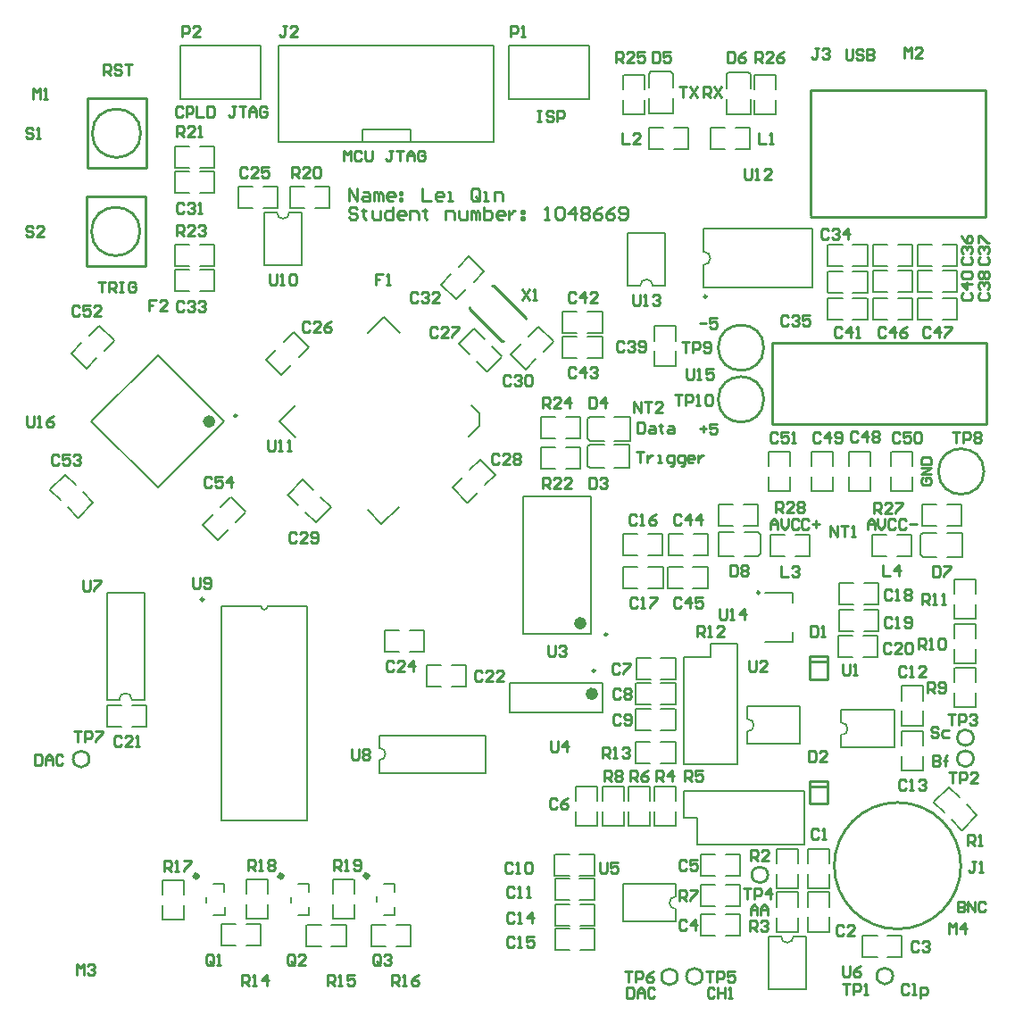
<source format=gto>
G04*
G04 #@! TF.GenerationSoftware,Altium Limited,Altium Designer,21.6.4 (81)*
G04*
G04 Layer_Color=65535*
%FSLAX25Y25*%
%MOIN*%
G70*
G04*
G04 #@! TF.SameCoordinates,DCC330B1-B26A-4D2F-83E0-9CF8D3C12DAD*
G04*
G04*
G04 #@! TF.FilePolarity,Positive*
G04*
G01*
G75*
%ADD10C,0.01000*%
%ADD11C,0.00700*%
%ADD12C,0.02000*%
%ADD13C,0.00787*%
%ADD14C,0.00984*%
%ADD15C,0.02362*%
%ADD16C,0.00800*%
D10*
X359375Y54590D02*
G03*
X359375Y54590I-23622J0D01*
G01*
X76746Y154000D02*
G03*
X76746Y154000I-591J0D01*
G01*
X334000Y13400D02*
G03*
X334000Y13400I-3000J0D01*
G01*
X53157Y328100D02*
G03*
X53157Y328100I-9055J0D01*
G01*
X52871Y291400D02*
G03*
X52871Y291400I-9055J0D01*
G01*
X368000Y201800D02*
G03*
X368000Y201800I-8500J0D01*
G01*
X364100Y102400D02*
G03*
X364100Y102400I-3000J0D01*
G01*
X287343Y51186D02*
G03*
X287343Y51186I-3000J0D01*
G01*
X364100Y94561D02*
G03*
X364100Y94561I-3000J0D01*
G01*
X33906Y94400D02*
G03*
X33906Y94400I-3000J0D01*
G01*
X253600Y13100D02*
G03*
X253600Y13100I-3000J0D01*
G01*
X262900Y13300D02*
G03*
X262900Y13300I-3000J0D01*
G01*
X285802Y228700D02*
G03*
X285802Y228700I-8500J0D01*
G01*
X285802Y248018D02*
G03*
X285802Y248018I-8500J0D01*
G01*
X55350Y315108D02*
Y341092D01*
X33350Y315108D02*
X55350D01*
X33350D02*
Y341092D01*
X55350D01*
X33064Y304392D02*
X55064D01*
X33064Y278408D02*
Y304392D01*
Y278408D02*
X55064D01*
Y304392D01*
X302858Y132721D02*
X309551D01*
X302858Y124221D02*
Y132721D01*
X309551Y124221D02*
Y132721D01*
X302858Y124171D02*
X309551D01*
X302858Y130721D02*
X309551D01*
X302858Y84321D02*
X309551D01*
X302858Y77771D02*
X309551D01*
Y77821D02*
Y86321D01*
X302858Y77821D02*
Y86321D01*
X309551D01*
X288822Y249809D02*
X368822D01*
X288822Y219494D02*
Y249809D01*
Y219494D02*
X368822D01*
Y249809D01*
X303209Y344200D02*
X368564D01*
Y296956D02*
Y344200D01*
X303209Y296956D02*
X368564D01*
X303209Y297350D02*
Y344200D01*
X188008Y250372D02*
X188579D01*
X175957Y262424D02*
X188008Y250372D01*
X175957Y262424D02*
X175957Y263025D01*
X184194Y271302D02*
X184834D01*
X196825Y259312D01*
Y258710D02*
Y259312D01*
X232134Y110633D02*
X231467Y111299D01*
X230134D01*
X229468Y110633D01*
Y107967D01*
X230134Y107301D01*
X231467D01*
X232134Y107967D01*
X233467D02*
X234133Y107301D01*
X235466D01*
X236132Y107967D01*
Y110633D01*
X235466Y111299D01*
X234133D01*
X233467Y110633D01*
Y109967D01*
X234133Y109300D01*
X236132D01*
X232134Y120133D02*
X231467Y120799D01*
X230134D01*
X229468Y120133D01*
Y117467D01*
X230134Y116801D01*
X231467D01*
X232134Y117467D01*
X233467Y120133D02*
X234133Y120799D01*
X235466D01*
X236132Y120133D01*
Y119466D01*
X235466Y118800D01*
X236132Y118133D01*
Y117467D01*
X235466Y116801D01*
X234133D01*
X233467Y117467D01*
Y118133D01*
X234133Y118800D01*
X233467Y119466D01*
Y120133D01*
X234133Y118800D02*
X235466D01*
X231834Y129633D02*
X231167Y130299D01*
X229834D01*
X229168Y129633D01*
Y126967D01*
X229834Y126301D01*
X231167D01*
X231834Y126967D01*
X233167Y130299D02*
X235832D01*
Y129633D01*
X233167Y126967D01*
Y126301D01*
X365006Y56149D02*
X363673D01*
X364339D01*
Y52817D01*
X363673Y52151D01*
X363007D01*
X362340Y52817D01*
X366339Y52151D02*
X367672D01*
X367005D01*
Y56149D01*
X366339Y55483D01*
X278368Y46099D02*
X281034D01*
X279701D01*
Y42101D01*
X282367D02*
Y46099D01*
X284366D01*
X285033Y45433D01*
Y44100D01*
X284366Y43434D01*
X282367D01*
X288365Y42101D02*
Y46099D01*
X286366Y44100D01*
X289032D01*
X338850Y86016D02*
X338183Y86682D01*
X336850D01*
X336184Y86016D01*
Y83350D01*
X336850Y82684D01*
X338183D01*
X338850Y83350D01*
X340182Y82684D02*
X341515D01*
X340849D01*
Y86682D01*
X340182Y86016D01*
X343515D02*
X344181Y86682D01*
X345514D01*
X346181Y86016D01*
Y85350D01*
X345514Y84683D01*
X344848D01*
X345514D01*
X346181Y84017D01*
Y83350D01*
X345514Y82684D01*
X344181D01*
X343515Y83350D01*
X315384Y129782D02*
Y126450D01*
X316050Y125784D01*
X317383D01*
X318050Y126450D01*
Y129782D01*
X319383Y125784D02*
X320715D01*
X320049D01*
Y129782D01*
X319383Y129116D01*
X315001Y255233D02*
X314334Y255899D01*
X313001D01*
X312335Y255233D01*
Y252567D01*
X313001Y251901D01*
X314334D01*
X315001Y252567D01*
X318333Y251901D02*
Y255899D01*
X316334Y253900D01*
X318999D01*
X320332Y251901D02*
X321665D01*
X320999D01*
Y255899D01*
X320332Y255233D01*
X347834D02*
X347168Y255899D01*
X345835D01*
X345168Y255233D01*
Y252567D01*
X345835Y251901D01*
X347168D01*
X347834Y252567D01*
X351166Y251901D02*
Y255899D01*
X349167Y253900D01*
X351833D01*
X353166Y255899D02*
X355832D01*
Y255233D01*
X353166Y252567D01*
Y251901D01*
X366667Y281938D02*
X366001Y281272D01*
Y279939D01*
X366667Y279272D01*
X369333D01*
X369999Y279939D01*
Y281272D01*
X369333Y281938D01*
X366667Y283271D02*
X366001Y283937D01*
Y285270D01*
X366667Y285937D01*
X367334D01*
X368000Y285270D01*
Y284604D01*
Y285270D01*
X368666Y285937D01*
X369333D01*
X369999Y285270D01*
Y283937D01*
X369333Y283271D01*
X366001Y287270D02*
Y289935D01*
X366667D01*
X369333Y287270D01*
X369999D01*
X360267Y281937D02*
X359601Y281271D01*
Y279938D01*
X360267Y279272D01*
X362933D01*
X363599Y279938D01*
Y281271D01*
X362933Y281937D01*
X360267Y283270D02*
X359601Y283937D01*
Y285270D01*
X360267Y285936D01*
X360933D01*
X361600Y285270D01*
Y284603D01*
Y285270D01*
X362266Y285936D01*
X362933D01*
X363599Y285270D01*
Y283937D01*
X362933Y283270D01*
X359601Y289935D02*
X360267Y288602D01*
X361600Y287269D01*
X362933D01*
X363599Y287935D01*
Y289268D01*
X362933Y289935D01*
X362266D01*
X361600Y289268D01*
Y287269D01*
X360267Y268634D02*
X359601Y267968D01*
Y266635D01*
X360267Y265968D01*
X362933D01*
X363599Y266635D01*
Y267968D01*
X362933Y268634D01*
X363599Y271967D02*
X359601D01*
X361600Y269967D01*
Y272633D01*
X360267Y273966D02*
X359601Y274632D01*
Y275965D01*
X360267Y276632D01*
X362933D01*
X363599Y275965D01*
Y274632D01*
X362933Y273966D01*
X360267D01*
X366667Y268634D02*
X366001Y267968D01*
Y266635D01*
X366667Y265968D01*
X369333D01*
X369999Y266635D01*
Y267968D01*
X369333Y268634D01*
X366667Y269967D02*
X366001Y270634D01*
Y271967D01*
X366667Y272633D01*
X367334D01*
X368000Y271967D01*
Y271300D01*
Y271967D01*
X368666Y272633D01*
X369333D01*
X369999Y271967D01*
Y270634D01*
X369333Y269967D01*
X366667Y273966D02*
X366001Y274632D01*
Y275965D01*
X366667Y276632D01*
X367334D01*
X368000Y275965D01*
X368666Y276632D01*
X369333D01*
X369999Y275965D01*
Y274632D01*
X369333Y273966D01*
X368666D01*
X368000Y274632D01*
X367334Y273966D01*
X366667D01*
X368000Y274632D02*
Y275965D01*
X143750Y275483D02*
X141084D01*
Y273483D01*
X142417D01*
X141084D01*
Y271484D01*
X145082D02*
X146415D01*
X145749D01*
Y275483D01*
X145082Y274816D01*
X58798Y265733D02*
X56132D01*
Y263733D01*
X57465D01*
X56132D01*
Y261734D01*
X62797D02*
X60131D01*
X62797Y264400D01*
Y265066D01*
X62130Y265733D01*
X60797D01*
X60131Y265066D01*
X192752Y46147D02*
X192085Y46814D01*
X190752D01*
X190086Y46147D01*
Y43481D01*
X190752Y42815D01*
X192085D01*
X192752Y43481D01*
X194085Y42815D02*
X195417D01*
X194751D01*
Y46814D01*
X194085Y46147D01*
X197417Y42815D02*
X198750D01*
X198083D01*
Y46814D01*
X197417Y46147D01*
X294934Y259533D02*
X294268Y260199D01*
X292935D01*
X292268Y259533D01*
Y256867D01*
X292935Y256201D01*
X294268D01*
X294934Y256867D01*
X296267Y259533D02*
X296934Y260199D01*
X298266D01*
X298933Y259533D01*
Y258866D01*
X298266Y258200D01*
X297600D01*
X298266D01*
X298933Y257534D01*
Y256867D01*
X298266Y256201D01*
X296934D01*
X296267Y256867D01*
X302932Y260199D02*
X300266D01*
Y258200D01*
X301599Y258866D01*
X302265D01*
X302932Y258200D01*
Y256867D01*
X302265Y256201D01*
X300932D01*
X300266Y256867D01*
X331250Y255016D02*
X330583Y255682D01*
X329250D01*
X328584Y255016D01*
Y252350D01*
X329250Y251684D01*
X330583D01*
X331250Y252350D01*
X334582Y251684D02*
Y255682D01*
X332582Y253683D01*
X335248D01*
X339247Y255682D02*
X337914Y255016D01*
X336581Y253683D01*
Y252350D01*
X337248Y251684D01*
X338581D01*
X339247Y252350D01*
Y253017D01*
X338581Y253683D01*
X336581D01*
X61784Y52484D02*
Y56482D01*
X63783D01*
X64450Y55816D01*
Y54483D01*
X63783Y53817D01*
X61784D01*
X63117D02*
X64450Y52484D01*
X65782D02*
X67115D01*
X66449D01*
Y56482D01*
X65782Y55816D01*
X69115Y56482D02*
X71781D01*
Y55816D01*
X69115Y53150D01*
Y52484D01*
X93284Y52884D02*
Y56883D01*
X95283D01*
X95950Y56216D01*
Y54883D01*
X95283Y54217D01*
X93284D01*
X94617D02*
X95950Y52884D01*
X97282D02*
X98615D01*
X97949D01*
Y56883D01*
X97282Y56216D01*
X100615D02*
X101281Y56883D01*
X102614D01*
X103281Y56216D01*
Y55550D01*
X102614Y54883D01*
X103281Y54217D01*
Y53550D01*
X102614Y52884D01*
X101281D01*
X100615Y53550D01*
Y54217D01*
X101281Y54883D01*
X100615Y55550D01*
Y56216D01*
X101281Y54883D02*
X102614D01*
X125384Y52784D02*
Y56783D01*
X127383D01*
X128050Y56116D01*
Y54783D01*
X127383Y54117D01*
X125384D01*
X126717D02*
X128050Y52784D01*
X129383D02*
X130715D01*
X130049D01*
Y56783D01*
X129383Y56116D01*
X132715Y53450D02*
X133381Y52784D01*
X134714D01*
X135381Y53450D01*
Y56116D01*
X134714Y56783D01*
X133381D01*
X132715Y56116D01*
Y55450D01*
X133381Y54783D01*
X135381D01*
X122784Y9684D02*
Y13682D01*
X124783D01*
X125450Y13016D01*
Y11683D01*
X124783Y11017D01*
X122784D01*
X124117D02*
X125450Y9684D01*
X126783D02*
X128115D01*
X127449D01*
Y13682D01*
X126783Y13016D01*
X132781Y13682D02*
X130115D01*
Y11683D01*
X131448Y12350D01*
X132114D01*
X132781Y11683D01*
Y10350D01*
X132114Y9684D01*
X130781D01*
X130115Y10350D01*
X146884Y9684D02*
Y13682D01*
X148883D01*
X149550Y13016D01*
Y11683D01*
X148883Y11017D01*
X146884D01*
X148217D02*
X149550Y9684D01*
X150882D02*
X152215D01*
X151549D01*
Y13682D01*
X150882Y13016D01*
X156881Y13682D02*
X155548Y13016D01*
X154215Y11683D01*
Y10350D01*
X154881Y9684D01*
X156214D01*
X156881Y10350D01*
Y11017D01*
X156214Y11683D01*
X154215D01*
X90984Y9784D02*
Y13782D01*
X92983D01*
X93650Y13116D01*
Y11783D01*
X92983Y11117D01*
X90984D01*
X92317D02*
X93650Y9784D01*
X94982D02*
X96315D01*
X95649D01*
Y13782D01*
X94982Y13116D01*
X100314Y9784D02*
Y13782D01*
X98315Y11783D01*
X100981D01*
X142600Y18067D02*
Y20733D01*
X141934Y21399D01*
X140601D01*
X139934Y20733D01*
Y18067D01*
X140601Y17401D01*
X141934D01*
X141267Y18733D02*
X142600Y17401D01*
X141934D02*
X142600Y18067D01*
X143933Y20733D02*
X144599Y21399D01*
X145932D01*
X146599Y20733D01*
Y20066D01*
X145932Y19400D01*
X145266D01*
X145932D01*
X146599Y18733D01*
Y18067D01*
X145932Y17401D01*
X144599D01*
X143933Y18067D01*
X110600D02*
Y20733D01*
X109933Y21399D01*
X108601D01*
X107934Y20733D01*
Y18067D01*
X108601Y17401D01*
X109933D01*
X109267Y18733D02*
X110600Y17401D01*
X109933D02*
X110600Y18067D01*
X114599Y17401D02*
X111933D01*
X114599Y20066D01*
Y20733D01*
X113932Y21399D01*
X112599D01*
X111933Y20733D01*
X80300Y18067D02*
Y20733D01*
X79634Y21399D01*
X78301D01*
X77634Y20733D01*
Y18067D01*
X78301Y17401D01*
X79634D01*
X78967Y18733D02*
X80300Y17401D01*
X79634D02*
X80300Y18067D01*
X81633Y17401D02*
X82966D01*
X82299D01*
Y21399D01*
X81633Y20733D01*
X72584Y162083D02*
Y158750D01*
X73250Y158084D01*
X74583D01*
X75250Y158750D01*
Y162083D01*
X76582Y158750D02*
X77249Y158084D01*
X78582D01*
X79248Y158750D01*
Y161416D01*
X78582Y162083D01*
X77249D01*
X76582Y161416D01*
Y160750D01*
X77249Y160083D01*
X79248D01*
X288284Y180253D02*
Y182877D01*
X289596Y184189D01*
X290908Y182877D01*
Y180253D01*
Y182221D01*
X288284D01*
X292220Y184189D02*
Y181565D01*
X293531Y180253D01*
X294843Y181565D01*
Y184189D01*
X298779Y183533D02*
X298123Y184189D01*
X296811D01*
X296155Y183533D01*
Y180909D01*
X296811Y180253D01*
X298123D01*
X298779Y180909D01*
X302715Y183533D02*
X302059Y184189D01*
X300747D01*
X300091Y183533D01*
Y180909D01*
X300747Y180253D01*
X302059D01*
X302715Y180909D01*
X304027Y182221D02*
X306651D01*
X305339Y183533D02*
Y180909D01*
X237263Y223820D02*
Y227819D01*
X239928Y223820D01*
Y227819D01*
X241261D02*
X243927D01*
X242594D01*
Y223820D01*
X247926D02*
X245260D01*
X247926Y226486D01*
Y227153D01*
X247259Y227819D01*
X245926D01*
X245260Y227153D01*
X280968Y56401D02*
Y60399D01*
X282967D01*
X283634Y59733D01*
Y58400D01*
X282967Y57734D01*
X280968D01*
X282301D02*
X283634Y56401D01*
X287632D02*
X284966D01*
X287632Y59066D01*
Y59733D01*
X286966Y60399D01*
X285633D01*
X284966Y59733D01*
X345115Y199354D02*
X344459Y198698D01*
Y197386D01*
X345115Y196730D01*
X347739D01*
X348394Y197386D01*
Y198698D01*
X347739Y199354D01*
X346427D01*
Y198042D01*
X348394Y200666D02*
X344459D01*
X348394Y203290D01*
X344459D01*
Y204602D02*
X348394D01*
Y206570D01*
X347739Y207225D01*
X345115D01*
X344459Y206570D01*
Y204602D01*
X356268Y216582D02*
X358934D01*
X357601D01*
Y212584D01*
X360267D02*
Y216582D01*
X362266D01*
X362933Y215916D01*
Y214583D01*
X362266Y213917D01*
X360267D01*
X364266Y215916D02*
X364932Y216582D01*
X366265D01*
X366932Y215916D01*
Y215250D01*
X366265Y214583D01*
X366932Y213917D01*
Y213250D01*
X366265Y212584D01*
X364932D01*
X364266Y213250D01*
Y213917D01*
X364932Y214583D01*
X364266Y215250D01*
Y215916D01*
X364932Y214583D02*
X366265D01*
X315399Y10557D02*
X318064D01*
X316732D01*
Y6558D01*
X319397D02*
Y10557D01*
X321397D01*
X322063Y9890D01*
Y8557D01*
X321397Y7891D01*
X319397D01*
X323396Y6558D02*
X324729D01*
X324062D01*
Y10557D01*
X323396Y9890D01*
X315368Y17099D02*
Y13767D01*
X316034Y13101D01*
X317367D01*
X318034Y13767D01*
Y17099D01*
X322032D02*
X320699Y16433D01*
X319367Y15100D01*
Y13767D01*
X320033Y13101D01*
X321366D01*
X322032Y13767D01*
Y14434D01*
X321366Y15100D01*
X319367D01*
X69150Y301616D02*
X68483Y302283D01*
X67150D01*
X66484Y301616D01*
Y298950D01*
X67150Y298284D01*
X68483D01*
X69150Y298950D01*
X70482Y301616D02*
X71149Y302283D01*
X72482D01*
X73148Y301616D01*
Y300950D01*
X72482Y300283D01*
X71815D01*
X72482D01*
X73148Y299617D01*
Y298950D01*
X72482Y298284D01*
X71149D01*
X70482Y298950D01*
X74481Y298284D02*
X75814D01*
X75148D01*
Y302283D01*
X74481Y301616D01*
X69150Y264916D02*
X68483Y265582D01*
X67150D01*
X66484Y264916D01*
Y262250D01*
X67150Y261584D01*
X68483D01*
X69150Y262250D01*
X70482Y264916D02*
X71149Y265582D01*
X72482D01*
X73148Y264916D01*
Y264250D01*
X72482Y263583D01*
X71815D01*
X72482D01*
X73148Y262917D01*
Y262250D01*
X72482Y261584D01*
X71149D01*
X70482Y262250D01*
X74481Y264916D02*
X75148Y265582D01*
X76481D01*
X77147Y264916D01*
Y264250D01*
X76481Y263583D01*
X75814D01*
X76481D01*
X77147Y262917D01*
Y262250D01*
X76481Y261584D01*
X75148D01*
X74481Y262250D01*
X12800Y329433D02*
X12133Y330099D01*
X10801D01*
X10134Y329433D01*
Y328766D01*
X10801Y328100D01*
X12133D01*
X12800Y327434D01*
Y326767D01*
X12133Y326101D01*
X10801D01*
X10134Y326767D01*
X14133Y326101D02*
X15466D01*
X14799D01*
Y330099D01*
X14133Y329433D01*
X12833Y292733D02*
X12167Y293399D01*
X10834D01*
X10168Y292733D01*
Y292066D01*
X10834Y291400D01*
X12167D01*
X12833Y290734D01*
Y290067D01*
X12167Y289401D01*
X10834D01*
X10168Y290067D01*
X16832Y289401D02*
X14166D01*
X16832Y292066D01*
Y292733D01*
X16166Y293399D01*
X14833D01*
X14166Y292733D01*
X326900Y186080D02*
Y190079D01*
X328899D01*
X329566Y189413D01*
Y188080D01*
X328899Y187413D01*
X326900D01*
X328233D02*
X329566Y186080D01*
X333564D02*
X330899D01*
X333564Y188746D01*
Y189413D01*
X332898Y190079D01*
X331565D01*
X330899Y189413D01*
X334897Y190079D02*
X337563D01*
Y189413D01*
X334897Y186747D01*
Y186080D01*
X290368Y186531D02*
Y190529D01*
X292368D01*
X293034Y189863D01*
Y188530D01*
X292368Y187864D01*
X290368D01*
X291701D02*
X293034Y186531D01*
X297033D02*
X294367D01*
X297033Y189196D01*
Y189863D01*
X296367Y190529D01*
X295034D01*
X294367Y189863D01*
X298366D02*
X299032Y190529D01*
X300365D01*
X301032Y189863D01*
Y189196D01*
X300365Y188530D01*
X301032Y187864D01*
Y187197D01*
X300365Y186531D01*
X299032D01*
X298366Y187197D01*
Y187864D01*
X299032Y188530D01*
X298366Y189196D01*
Y189863D01*
X299032Y188530D02*
X300365D01*
X348884Y166482D02*
Y162484D01*
X350883D01*
X351550Y163150D01*
Y165816D01*
X350883Y166482D01*
X348884D01*
X352883D02*
X355548D01*
Y165816D01*
X352883Y163150D01*
Y162484D01*
X273384Y166782D02*
Y162784D01*
X275383D01*
X276050Y163450D01*
Y166116D01*
X275383Y166782D01*
X273384D01*
X277382Y166116D02*
X278049Y166782D01*
X279382D01*
X280048Y166116D01*
Y165450D01*
X279382Y164783D01*
X280048Y164117D01*
Y163450D01*
X279382Y162784D01*
X278049D01*
X277382Y163450D01*
Y164117D01*
X278049Y164783D01*
X277382Y165450D01*
Y166116D01*
X278049Y164783D02*
X279382D01*
X269117Y150610D02*
Y147277D01*
X269783Y146611D01*
X271116D01*
X271783Y147277D01*
Y150610D01*
X273116Y146611D02*
X274449D01*
X273782D01*
Y150610D01*
X273116Y149943D01*
X278447Y146611D02*
Y150610D01*
X276448Y148610D01*
X279114D01*
X310735Y177401D02*
Y181399D01*
X313401Y177401D01*
Y181399D01*
X314734D02*
X317399D01*
X316066D01*
Y177401D01*
X318732D02*
X320065D01*
X319399D01*
Y181399D01*
X318732Y180733D01*
X201363Y336561D02*
X202675D01*
X202019D01*
Y332626D01*
X201363D01*
X202675D01*
X207267Y335906D02*
X206611Y336561D01*
X205299D01*
X204643Y335906D01*
Y335250D01*
X205299Y334594D01*
X206611D01*
X207267Y333938D01*
Y333282D01*
X206611Y332626D01*
X205299D01*
X204643Y333282D01*
X208579Y332626D02*
Y336561D01*
X210547D01*
X211203Y335906D01*
Y334594D01*
X210547Y333938D01*
X208579D01*
X316445Y359575D02*
Y356295D01*
X317101Y355639D01*
X318412D01*
X319068Y356295D01*
Y359575D01*
X323004Y358919D02*
X322348Y359575D01*
X321036D01*
X320380Y358919D01*
Y358263D01*
X321036Y357607D01*
X322348D01*
X323004Y356951D01*
Y356295D01*
X322348Y355639D01*
X321036D01*
X320380Y356295D01*
X324316Y359575D02*
Y355639D01*
X326284D01*
X326940Y356295D01*
Y356951D01*
X326284Y357607D01*
X324316D01*
X326284D01*
X326940Y358263D01*
Y358919D01*
X326284Y359575D01*
X324316D01*
X358161Y41276D02*
Y37341D01*
X360129D01*
X360785Y37997D01*
Y38652D01*
X360129Y39308D01*
X358161D01*
X360129D01*
X360785Y39964D01*
Y40620D01*
X360129Y41276D01*
X358161D01*
X362097Y37341D02*
Y41276D01*
X364720Y37341D01*
Y41276D01*
X368656Y40620D02*
X368000Y41276D01*
X366688D01*
X366032Y40620D01*
Y37997D01*
X366688Y37341D01*
X368000D01*
X368656Y37997D01*
X68824Y337580D02*
X68168Y338236D01*
X66856D01*
X66200Y337580D01*
Y334956D01*
X66856Y334300D01*
X68168D01*
X68824Y334956D01*
X70136Y334300D02*
Y338236D01*
X72104D01*
X72760Y337580D01*
Y336268D01*
X72104Y335612D01*
X70136D01*
X74072Y338236D02*
Y334300D01*
X76695D01*
X78007Y338236D02*
Y334300D01*
X79975D01*
X80631Y334956D01*
Y337580D01*
X79975Y338236D01*
X78007D01*
X88503D02*
X87191D01*
X87847D01*
Y334956D01*
X87191Y334300D01*
X86535D01*
X85879Y334956D01*
X89814Y338236D02*
X92438D01*
X91126D01*
Y334300D01*
X93750D02*
Y336924D01*
X95062Y338236D01*
X96374Y336924D01*
Y334300D01*
Y336268D01*
X93750D01*
X100310Y337580D02*
X99654Y338236D01*
X98342D01*
X97686Y337580D01*
Y334956D01*
X98342Y334300D01*
X99654D01*
X100310Y334956D01*
Y336268D01*
X98998D01*
X129000Y317700D02*
Y321636D01*
X130312Y320324D01*
X131624Y321636D01*
Y317700D01*
X135560Y320980D02*
X134904Y321636D01*
X133592D01*
X132936Y320980D01*
Y318356D01*
X133592Y317700D01*
X134904D01*
X135560Y318356D01*
X136872Y321636D02*
Y318356D01*
X137527Y317700D01*
X138839D01*
X139495Y318356D01*
Y321636D01*
X147367D02*
X146055D01*
X146711D01*
Y318356D01*
X146055Y317700D01*
X145399D01*
X144743Y318356D01*
X148679Y321636D02*
X151303D01*
X149991D01*
Y317700D01*
X152614D02*
Y320324D01*
X153926Y321636D01*
X155238Y320324D01*
Y317700D01*
Y319668D01*
X152614D01*
X159174Y320980D02*
X158518Y321636D01*
X157206D01*
X156550Y320980D01*
Y318356D01*
X157206Y317700D01*
X158518D01*
X159174Y318356D01*
Y319668D01*
X157862D01*
X39300Y349800D02*
Y353736D01*
X41268D01*
X41924Y353080D01*
Y351768D01*
X41268Y351112D01*
X39300D01*
X40612D02*
X41924Y349800D01*
X45860Y353080D02*
X45204Y353736D01*
X43892D01*
X43236Y353080D01*
Y352424D01*
X43892Y351768D01*
X45204D01*
X45860Y351112D01*
Y350456D01*
X45204Y349800D01*
X43892D01*
X43236Y350456D01*
X47172Y353736D02*
X49795D01*
X48483D01*
Y349800D01*
X37400Y272636D02*
X40024D01*
X38712D01*
Y268700D01*
X41336D02*
Y272636D01*
X43304D01*
X43960Y271980D01*
Y270668D01*
X43304Y270012D01*
X41336D01*
X42648D02*
X43960Y268700D01*
X45272Y272636D02*
X46583D01*
X45927D01*
Y268700D01*
X45272D01*
X46583D01*
X51175Y271980D02*
X50519Y272636D01*
X49207D01*
X48551Y271980D01*
Y269356D01*
X49207Y268700D01*
X50519D01*
X51175Y269356D01*
Y270668D01*
X49863D01*
X350965Y105680D02*
X350309Y106336D01*
X348998D01*
X348342Y105680D01*
Y105024D01*
X348998Y104368D01*
X350309D01*
X350965Y103712D01*
Y103056D01*
X350309Y102400D01*
X348998D01*
X348342Y103056D01*
X354901Y105024D02*
X352933D01*
X352277Y104368D01*
Y103056D01*
X352933Y102400D01*
X354901D01*
X238400Y209236D02*
X241024D01*
X239712D01*
Y205300D01*
X242336Y207924D02*
Y205300D01*
Y206612D01*
X242992Y207268D01*
X243648Y207924D01*
X244304D01*
X246271Y205300D02*
X247583D01*
X246927D01*
Y207924D01*
X246271D01*
X250863Y203988D02*
X251519D01*
X252175Y204644D01*
Y207924D01*
X250207D01*
X249551Y207268D01*
Y205956D01*
X250207Y205300D01*
X252175D01*
X254799Y203988D02*
X255455D01*
X256111Y204644D01*
Y207924D01*
X254143D01*
X253487Y207268D01*
Y205956D01*
X254143Y205300D01*
X256111D01*
X259391D02*
X258079D01*
X257423Y205956D01*
Y207268D01*
X258079Y207924D01*
X259391D01*
X260047Y207268D01*
Y206612D01*
X257423D01*
X261358Y207924D02*
Y205300D01*
Y206612D01*
X262014Y207268D01*
X262670Y207924D01*
X263326D01*
X13600Y96036D02*
Y92100D01*
X15568D01*
X16224Y92756D01*
Y95380D01*
X15568Y96036D01*
X13600D01*
X17536Y92100D02*
Y94724D01*
X18848Y96036D01*
X20160Y94724D01*
Y92100D01*
Y94068D01*
X17536D01*
X24095Y95380D02*
X23439Y96036D01*
X22127D01*
X21472Y95380D01*
Y92756D01*
X22127Y92100D01*
X23439D01*
X24095Y92756D01*
X134041Y299866D02*
X133254Y300653D01*
X131680D01*
X130893Y299866D01*
Y299079D01*
X131680Y298292D01*
X133254D01*
X134041Y297504D01*
Y296717D01*
X133254Y295930D01*
X131680D01*
X130893Y296717D01*
X136403Y299866D02*
Y299079D01*
X135616D01*
X137190D01*
X136403D01*
Y296717D01*
X137190Y295930D01*
X139551Y299079D02*
Y296717D01*
X140339Y295930D01*
X142700D01*
Y299079D01*
X147423Y300653D02*
Y295930D01*
X145061D01*
X144274Y296717D01*
Y298292D01*
X145061Y299079D01*
X147423D01*
X151359Y295930D02*
X149784D01*
X148997Y296717D01*
Y298292D01*
X149784Y299079D01*
X151359D01*
X152146Y298292D01*
Y297504D01*
X148997D01*
X153720Y295930D02*
Y299079D01*
X156081D01*
X156869Y298292D01*
Y295930D01*
X159230Y299866D02*
Y299079D01*
X158443D01*
X160017D01*
X159230D01*
Y296717D01*
X160017Y295930D01*
X167102D02*
Y299079D01*
X169463D01*
X170250Y298292D01*
Y295930D01*
X171824Y299079D02*
Y296717D01*
X172612Y295930D01*
X174973D01*
Y299079D01*
X176547Y295930D02*
Y299079D01*
X177334D01*
X178122Y298292D01*
Y295930D01*
Y298292D01*
X178909Y299079D01*
X179696Y298292D01*
Y295930D01*
X181270Y300653D02*
Y295930D01*
X183632D01*
X184419Y296717D01*
Y297504D01*
Y298292D01*
X183632Y299079D01*
X181270D01*
X188355Y295930D02*
X186780D01*
X185993Y296717D01*
Y298292D01*
X186780Y299079D01*
X188355D01*
X189142Y298292D01*
Y297504D01*
X185993D01*
X190716Y299079D02*
Y295930D01*
Y297504D01*
X191503Y298292D01*
X192290Y299079D01*
X193077D01*
X195439D02*
X196226D01*
Y298292D01*
X195439D01*
Y299079D01*
Y296717D02*
X196226D01*
Y295930D01*
X195439D01*
Y296717D01*
X204098Y295930D02*
X205672D01*
X204885D01*
Y300653D01*
X204098Y299866D01*
X208033D02*
X208820Y300653D01*
X210395D01*
X211182Y299866D01*
Y296717D01*
X210395Y295930D01*
X208820D01*
X208033Y296717D01*
Y299866D01*
X215118Y295930D02*
Y300653D01*
X212756Y298292D01*
X215905D01*
X217479Y299866D02*
X218266Y300653D01*
X219840D01*
X220628Y299866D01*
Y299079D01*
X219840Y298292D01*
X220628Y297504D01*
Y296717D01*
X219840Y295930D01*
X218266D01*
X217479Y296717D01*
Y297504D01*
X218266Y298292D01*
X217479Y299079D01*
Y299866D01*
X218266Y298292D02*
X219840D01*
X225350Y300653D02*
X223776Y299866D01*
X222202Y298292D01*
Y296717D01*
X222989Y295930D01*
X224563D01*
X225350Y296717D01*
Y297504D01*
X224563Y298292D01*
X222202D01*
X230073Y300653D02*
X228499Y299866D01*
X226925Y298292D01*
Y296717D01*
X227712Y295930D01*
X229286D01*
X230073Y296717D01*
Y297504D01*
X229286Y298292D01*
X226925D01*
X231648Y296717D02*
X232435Y295930D01*
X234009D01*
X234796Y296717D01*
Y299866D01*
X234009Y300653D01*
X232435D01*
X231648Y299866D01*
Y299079D01*
X232435Y298292D01*
X234796D01*
X130893Y302930D02*
Y307653D01*
X134041Y302930D01*
Y307653D01*
X136403Y306079D02*
X137977D01*
X138764Y305292D01*
Y302930D01*
X136403D01*
X135616Y303717D01*
X136403Y304504D01*
X138764D01*
X140339Y302930D02*
Y306079D01*
X141126D01*
X141913Y305292D01*
Y302930D01*
Y305292D01*
X142700Y306079D01*
X143487Y305292D01*
Y302930D01*
X147423D02*
X145849D01*
X145061Y303717D01*
Y305292D01*
X145849Y306079D01*
X147423D01*
X148210Y305292D01*
Y304504D01*
X145061D01*
X149784Y306079D02*
X150572D01*
Y305292D01*
X149784D01*
Y306079D01*
Y303717D02*
X150572D01*
Y302930D01*
X149784D01*
Y303717D01*
X158443Y307653D02*
Y302930D01*
X161591D01*
X165527D02*
X163953D01*
X163166Y303717D01*
Y305292D01*
X163953Y306079D01*
X165527D01*
X166314Y305292D01*
Y304504D01*
X163166D01*
X167889Y302930D02*
X169463D01*
X168676D01*
Y306079D01*
X167889D01*
X179696Y303717D02*
Y306866D01*
X178909Y307653D01*
X177334D01*
X176547Y306866D01*
Y303717D01*
X177334Y302930D01*
X178909D01*
X178122Y304504D02*
X179696Y302930D01*
X178909D02*
X179696Y303717D01*
X181270Y302930D02*
X182844D01*
X182057D01*
Y306079D01*
X181270D01*
X185206Y302930D02*
Y306079D01*
X187567D01*
X188355Y305292D01*
Y302930D01*
X324500Y180253D02*
Y182877D01*
X325812Y184189D01*
X327124Y182877D01*
Y180253D01*
Y182221D01*
X324500D01*
X328436Y184189D02*
Y181565D01*
X329748Y180253D01*
X331060Y181565D01*
Y184189D01*
X334995Y183533D02*
X334339Y184189D01*
X333027D01*
X332371Y183533D01*
Y180909D01*
X333027Y180253D01*
X334339D01*
X334995Y180909D01*
X338931Y183533D02*
X338275Y184189D01*
X336963D01*
X336307Y183533D01*
Y180909D01*
X336963Y180253D01*
X338275D01*
X338931Y180909D01*
X340243Y182221D02*
X342867D01*
X263400Y341400D02*
Y345336D01*
X265368D01*
X266024Y344680D01*
Y343368D01*
X265368Y342712D01*
X263400D01*
X264712D02*
X266024Y341400D01*
X267336Y345336D02*
X269960Y341400D01*
Y345336D02*
X267336Y341400D01*
X254300Y345336D02*
X256924D01*
X255612D01*
Y341400D01*
X258236Y345336D02*
X260860Y341400D01*
Y345336D02*
X258236Y341400D01*
X238615Y220089D02*
Y216153D01*
X240583D01*
X241239Y216809D01*
Y219433D01*
X240583Y220089D01*
X238615D01*
X243207Y218777D02*
X244519D01*
X245175Y218121D01*
Y216153D01*
X243207D01*
X242551Y216809D01*
X243207Y217465D01*
X245175D01*
X247143Y219433D02*
Y218777D01*
X246487D01*
X247798D01*
X247143D01*
Y216809D01*
X247798Y216153D01*
X250422Y218777D02*
X251734D01*
X252390Y218121D01*
Y216153D01*
X250422D01*
X249766Y216809D01*
X250422Y217465D01*
X252390D01*
X261800Y257042D02*
X264424D01*
X268360Y259010D02*
X265736D01*
Y257042D01*
X267048Y257698D01*
X267704D01*
X268360Y257042D01*
Y255730D01*
X267704Y255074D01*
X266392D01*
X265736Y255730D01*
X261800Y217668D02*
X264424D01*
X263112Y218980D02*
Y216356D01*
X268360Y219636D02*
X265736D01*
Y217668D01*
X267048Y218324D01*
X267704D01*
X268360Y217668D01*
Y216356D01*
X267704Y215700D01*
X266392D01*
X265736Y216356D01*
X234600Y9036D02*
Y5100D01*
X236568D01*
X237224Y5756D01*
Y8380D01*
X236568Y9036D01*
X234600D01*
X238536Y5100D02*
Y7724D01*
X239848Y9036D01*
X241160Y7724D01*
Y5100D01*
Y7068D01*
X238536D01*
X245095Y8380D02*
X244439Y9036D01*
X243127D01*
X242472Y8380D01*
Y5756D01*
X243127Y5100D01*
X244439D01*
X245095Y5756D01*
X267424Y8480D02*
X266768Y9136D01*
X265456D01*
X264800Y8480D01*
Y5856D01*
X265456Y5200D01*
X266768D01*
X267424Y5856D01*
X268736Y9136D02*
Y5200D01*
Y7168D01*
X271360D01*
Y9136D01*
Y5200D01*
X272672D02*
X273983D01*
X273327D01*
Y9136D01*
X272672Y8480D01*
X280800Y36100D02*
Y38724D01*
X282112Y40036D01*
X283424Y38724D01*
Y36100D01*
Y38068D01*
X280800D01*
X284736Y36100D02*
Y38724D01*
X286048Y40036D01*
X287360Y38724D01*
Y36100D01*
Y38068D01*
X284736D01*
X339824Y9838D02*
X339168Y10494D01*
X337856D01*
X337200Y9838D01*
Y7214D01*
X337856Y6558D01*
X339168D01*
X339824Y7214D01*
X341136Y6558D02*
X342448D01*
X341792D01*
Y10494D01*
X341136D01*
X344415Y5246D02*
Y9182D01*
X346383D01*
X347039Y8526D01*
Y7214D01*
X346383Y6558D01*
X344415D01*
X349008Y95696D02*
Y91761D01*
X350976D01*
X351632Y92417D01*
Y93072D01*
X350976Y93729D01*
X349008D01*
X350976D01*
X351632Y94384D01*
Y95040D01*
X350976Y95696D01*
X349008D01*
X353600Y91761D02*
Y95040D01*
Y93729D01*
X352944D01*
X354256D01*
X353600D01*
Y95040D01*
X354256Y95696D01*
X206118Y100999D02*
Y97667D01*
X206784Y97001D01*
X208117D01*
X208784Y97667D01*
Y100999D01*
X212116Y97001D02*
Y100999D01*
X210117Y99000D01*
X212782D01*
X343450Y25816D02*
X342783Y26482D01*
X341450D01*
X340784Y25816D01*
Y23150D01*
X341450Y22484D01*
X342783D01*
X343450Y23150D01*
X344782Y25816D02*
X345449Y26482D01*
X346782D01*
X347448Y25816D01*
Y25150D01*
X346782Y24483D01*
X346115D01*
X346782D01*
X347448Y23817D01*
Y23150D01*
X346782Y22484D01*
X345449D01*
X344782Y23150D01*
X354984Y29184D02*
Y33182D01*
X356317Y31850D01*
X357650Y33182D01*
Y29184D01*
X360982D02*
Y33182D01*
X358982Y31183D01*
X361648D01*
X29184Y13784D02*
Y17783D01*
X30517Y16450D01*
X31850Y17783D01*
Y13784D01*
X33182Y17116D02*
X33849Y17783D01*
X35182D01*
X35848Y17116D01*
Y16450D01*
X35182Y15783D01*
X34515D01*
X35182D01*
X35848Y15117D01*
Y14450D01*
X35182Y13784D01*
X33849D01*
X33182Y14450D01*
X338184Y356284D02*
Y360282D01*
X339517Y358950D01*
X340850Y360282D01*
Y356284D01*
X344848D02*
X342182D01*
X344848Y358950D01*
Y359616D01*
X344182Y360282D01*
X342849D01*
X342182Y359616D01*
X13084Y340784D02*
Y344782D01*
X14417Y343450D01*
X15750Y344782D01*
Y340784D01*
X17083D02*
X18415D01*
X17749D01*
Y344782D01*
X17083Y344116D01*
X205284Y136983D02*
Y133650D01*
X205950Y132984D01*
X207283D01*
X207950Y133650D01*
Y136983D01*
X209282Y136316D02*
X209949Y136983D01*
X211282D01*
X211948Y136316D01*
Y135650D01*
X211282Y134983D01*
X210615D01*
X211282D01*
X211948Y134317D01*
Y133650D01*
X211282Y132984D01*
X209949D01*
X209282Y133650D01*
X187034Y207933D02*
X186368Y208599D01*
X185035D01*
X184368Y207933D01*
Y205267D01*
X185035Y204601D01*
X186368D01*
X187034Y205267D01*
X191033Y204601D02*
X188367D01*
X191033Y207266D01*
Y207933D01*
X190366Y208599D01*
X189033D01*
X188367Y207933D01*
X192366D02*
X193032Y208599D01*
X194365D01*
X195032Y207933D01*
Y207266D01*
X194365Y206600D01*
X195032Y205934D01*
Y205267D01*
X194365Y204601D01*
X193032D01*
X192366Y205267D01*
Y205934D01*
X193032Y206600D01*
X192366Y207266D01*
Y207933D01*
X193032Y206600D02*
X194365D01*
X147450Y130616D02*
X146783Y131282D01*
X145450D01*
X144784Y130616D01*
Y127950D01*
X145450Y127284D01*
X146783D01*
X147450Y127950D01*
X151448Y127284D02*
X148783D01*
X151448Y129950D01*
Y130616D01*
X150782Y131282D01*
X149449D01*
X148783Y130616D01*
X154781Y127284D02*
Y131282D01*
X152781Y129283D01*
X155447D01*
X195538Y269729D02*
X198204Y265730D01*
Y269729D02*
X195538Y265730D01*
X199537D02*
X200869D01*
X200203D01*
Y269729D01*
X199537Y269062D01*
X10484Y222482D02*
Y219150D01*
X11150Y218484D01*
X12483D01*
X13150Y219150D01*
Y222482D01*
X14482Y218484D02*
X15815D01*
X15149D01*
Y222482D01*
X14482Y221816D01*
X20481Y222482D02*
X19148Y221816D01*
X17815Y220483D01*
Y219150D01*
X18481Y218484D01*
X19814D01*
X20481Y219150D01*
Y219817D01*
X19814Y220483D01*
X17815D01*
X256802Y239999D02*
Y236667D01*
X257468Y236001D01*
X258801D01*
X259467Y236667D01*
Y239999D01*
X260800Y236001D02*
X262133D01*
X261467D01*
Y239999D01*
X260800Y239333D01*
X266798Y239999D02*
X264133D01*
Y238000D01*
X265465Y238666D01*
X266132D01*
X266798Y238000D01*
Y236667D01*
X266132Y236001D01*
X264799D01*
X264133Y236667D01*
X236984Y267782D02*
Y264450D01*
X237650Y263784D01*
X238983D01*
X239650Y264450D01*
Y267782D01*
X240983Y263784D02*
X242315D01*
X241649D01*
Y267782D01*
X240983Y267116D01*
X244315D02*
X244981Y267782D01*
X246314D01*
X246981Y267116D01*
Y266450D01*
X246314Y265783D01*
X245648D01*
X246314D01*
X246981Y265117D01*
Y264450D01*
X246314Y263784D01*
X244981D01*
X244315Y264450D01*
X278602Y314899D02*
Y311567D01*
X279268Y310901D01*
X280601D01*
X281267Y311567D01*
Y314899D01*
X282600Y310901D02*
X283933D01*
X283267D01*
Y314899D01*
X282600Y314233D01*
X288598Y310901D02*
X285933D01*
X288598Y313566D01*
Y314233D01*
X287932Y314899D01*
X286599D01*
X285933Y314233D01*
X100568Y213599D02*
Y210267D01*
X101234Y209601D01*
X102567D01*
X103234Y210267D01*
Y213599D01*
X104567Y209601D02*
X105900D01*
X105233D01*
Y213599D01*
X104567Y212933D01*
X107899Y209601D02*
X109232D01*
X108565D01*
Y213599D01*
X107899Y212933D01*
X101284Y275483D02*
Y272150D01*
X101950Y271484D01*
X103283D01*
X103950Y272150D01*
Y275483D01*
X105282Y271484D02*
X106615D01*
X105949D01*
Y275483D01*
X105282Y274816D01*
X108615D02*
X109281Y275483D01*
X110614D01*
X111281Y274816D01*
Y272150D01*
X110614Y271484D01*
X109281D01*
X108615Y272150D01*
Y274816D01*
X132084Y98282D02*
Y94950D01*
X132750Y94284D01*
X134083D01*
X134750Y94950D01*
Y98282D01*
X136082Y97616D02*
X136749Y98282D01*
X138082D01*
X138748Y97616D01*
Y96950D01*
X138082Y96283D01*
X138748Y95617D01*
Y94950D01*
X138082Y94284D01*
X136749D01*
X136082Y94950D01*
Y95617D01*
X136749Y96283D01*
X136082Y96950D01*
Y97616D01*
X136749Y96283D02*
X138082D01*
X31583Y161159D02*
Y157827D01*
X32249Y157161D01*
X33582D01*
X34249Y157827D01*
Y161159D01*
X35581D02*
X38247D01*
Y160493D01*
X35581Y157827D01*
Y157161D01*
X224768Y55699D02*
Y52367D01*
X225434Y51701D01*
X226767D01*
X227434Y52367D01*
Y55699D01*
X231432D02*
X228766D01*
Y53700D01*
X230099Y54366D01*
X230766D01*
X231432Y53700D01*
Y52367D01*
X230766Y51701D01*
X229433D01*
X228766Y52367D01*
X280284Y131183D02*
Y127850D01*
X280950Y127184D01*
X282283D01*
X282950Y127850D01*
Y131183D01*
X286948Y127184D02*
X284282D01*
X286948Y129850D01*
Y130516D01*
X286282Y131183D01*
X284949D01*
X284282Y130516D01*
X252605Y230499D02*
X255271D01*
X253938D01*
Y226501D01*
X256603D02*
Y230499D01*
X258603D01*
X259269Y229833D01*
Y228500D01*
X258603Y227834D01*
X256603D01*
X260602Y226501D02*
X261935D01*
X261269D01*
Y230499D01*
X260602Y229833D01*
X263934D02*
X264601Y230499D01*
X265934D01*
X266600Y229833D01*
Y227167D01*
X265934Y226501D01*
X264601D01*
X263934Y227167D01*
Y229833D01*
X255171Y250017D02*
X257837D01*
X256504D01*
Y246019D01*
X259170D02*
Y250017D01*
X261169D01*
X261835Y249351D01*
Y248018D01*
X261169Y247352D01*
X259170D01*
X263168Y246685D02*
X263835Y246019D01*
X265168D01*
X265834Y246685D01*
Y249351D01*
X265168Y250017D01*
X263835D01*
X263168Y249351D01*
Y248685D01*
X263835Y248018D01*
X265834D01*
X28384Y104883D02*
X31050D01*
X29717D01*
Y100884D01*
X32383D02*
Y104883D01*
X34382D01*
X35048Y104216D01*
Y102883D01*
X34382Y102217D01*
X32383D01*
X36381Y104883D02*
X39047D01*
Y104216D01*
X36381Y101550D01*
Y100884D01*
X233968Y15099D02*
X236634D01*
X235301D01*
Y11101D01*
X237967D02*
Y15099D01*
X239967D01*
X240633Y14433D01*
Y13100D01*
X239967Y12433D01*
X237967D01*
X244632Y15099D02*
X243299Y14433D01*
X241966Y13100D01*
Y11767D01*
X242632Y11101D01*
X243965D01*
X244632Y11767D01*
Y12433D01*
X243965Y13100D01*
X241966D01*
X264168Y15299D02*
X266834D01*
X265501D01*
Y11301D01*
X268167D02*
Y15299D01*
X270166D01*
X270833Y14633D01*
Y13300D01*
X270166Y12633D01*
X268167D01*
X274832Y15299D02*
X272166D01*
Y13300D01*
X273499Y13966D01*
X274165D01*
X274832Y13300D01*
Y11967D01*
X274165Y11301D01*
X272832D01*
X272166Y11967D01*
X354713Y111299D02*
X357379D01*
X356046D01*
Y107301D01*
X358712D02*
Y111299D01*
X360711D01*
X361378Y110633D01*
Y109300D01*
X360711Y108634D01*
X358712D01*
X362710Y110633D02*
X363377Y111299D01*
X364710D01*
X365376Y110633D01*
Y109967D01*
X364710Y109300D01*
X364043D01*
X364710D01*
X365376Y108634D01*
Y107967D01*
X364710Y107301D01*
X363377D01*
X362710Y107967D01*
X354968Y89560D02*
X357634D01*
X356301D01*
Y85561D01*
X358967D02*
Y89560D01*
X360966D01*
X361633Y88894D01*
Y87561D01*
X360966Y86894D01*
X358967D01*
X365632Y85561D02*
X362966D01*
X365632Y88227D01*
Y88894D01*
X364965Y89560D01*
X363632D01*
X362966Y88894D01*
X282668Y354481D02*
Y358480D01*
X284668D01*
X285334Y357813D01*
Y356480D01*
X284668Y355814D01*
X282668D01*
X284001D02*
X285334Y354481D01*
X289333D02*
X286667D01*
X289333Y357147D01*
Y357813D01*
X288666Y358480D01*
X287333D01*
X286667Y357813D01*
X293332Y358480D02*
X291999Y357813D01*
X290666Y356480D01*
Y355147D01*
X291332Y354481D01*
X292665D01*
X293332Y355147D01*
Y355814D01*
X292665Y356480D01*
X290666D01*
X230668Y354361D02*
Y358359D01*
X232668D01*
X233334Y357693D01*
Y356360D01*
X232668Y355693D01*
X230668D01*
X232001D02*
X233334Y354361D01*
X237333D02*
X234667D01*
X237333Y357026D01*
Y357693D01*
X236666Y358359D01*
X235334D01*
X234667Y357693D01*
X241332Y358359D02*
X238666D01*
Y356360D01*
X239999Y357026D01*
X240665D01*
X241332Y356360D01*
Y355027D01*
X240665Y354361D01*
X239332D01*
X238666Y355027D01*
X203184Y225484D02*
Y229483D01*
X205183D01*
X205850Y228816D01*
Y227483D01*
X205183Y226817D01*
X203184D01*
X204517D02*
X205850Y225484D01*
X209848D02*
X207183D01*
X209848Y228150D01*
Y228816D01*
X209182Y229483D01*
X207849D01*
X207183Y228816D01*
X213181Y225484D02*
Y229483D01*
X211181Y227483D01*
X213847D01*
X66484Y289984D02*
Y293983D01*
X68483D01*
X69150Y293316D01*
Y291983D01*
X68483Y291317D01*
X66484D01*
X67817D02*
X69150Y289984D01*
X73148D02*
X70482D01*
X73148Y292650D01*
Y293316D01*
X72482Y293983D01*
X71149D01*
X70482Y293316D01*
X74481D02*
X75148Y293983D01*
X76481D01*
X77147Y293316D01*
Y292650D01*
X76481Y291983D01*
X75814D01*
X76481D01*
X77147Y291317D01*
Y290650D01*
X76481Y289984D01*
X75148D01*
X74481Y290650D01*
X203284Y195384D02*
Y199382D01*
X205283D01*
X205950Y198716D01*
Y197383D01*
X205283Y196717D01*
X203284D01*
X204617D02*
X205950Y195384D01*
X209948D02*
X207282D01*
X209948Y198050D01*
Y198716D01*
X209282Y199382D01*
X207949D01*
X207282Y198716D01*
X213947Y195384D02*
X211281D01*
X213947Y198050D01*
Y198716D01*
X213281Y199382D01*
X211948D01*
X211281Y198716D01*
X66484Y326684D02*
Y330682D01*
X68483D01*
X69150Y330016D01*
Y328683D01*
X68483Y328017D01*
X66484D01*
X67817D02*
X69150Y326684D01*
X73148D02*
X70482D01*
X73148Y329350D01*
Y330016D01*
X72482Y330682D01*
X71149D01*
X70482Y330016D01*
X74481Y326684D02*
X75814D01*
X75148D01*
Y330682D01*
X74481Y330016D01*
X109584Y311484D02*
Y315482D01*
X111583D01*
X112250Y314816D01*
Y313483D01*
X111583Y312817D01*
X109584D01*
X110917D02*
X112250Y311484D01*
X116248D02*
X113583D01*
X116248Y314150D01*
Y314816D01*
X115582Y315482D01*
X114249D01*
X113583Y314816D01*
X117581D02*
X118248Y315482D01*
X119581D01*
X120247Y314816D01*
Y312150D01*
X119581Y311484D01*
X118248D01*
X117581Y312150D01*
Y314816D01*
X225635Y94901D02*
Y98899D01*
X227634D01*
X228300Y98233D01*
Y96900D01*
X227634Y96234D01*
X225635D01*
X226968D02*
X228300Y94901D01*
X229633D02*
X230966D01*
X230300D01*
Y98899D01*
X229633Y98233D01*
X232966D02*
X233632Y98899D01*
X234965D01*
X235631Y98233D01*
Y97566D01*
X234965Y96900D01*
X234299D01*
X234965D01*
X235631Y96234D01*
Y95567D01*
X234965Y94901D01*
X233632D01*
X232966Y95567D01*
X260802Y140214D02*
Y144212D01*
X262801D01*
X263468Y143546D01*
Y142213D01*
X262801Y141547D01*
X260802D01*
X262135D02*
X263468Y140214D01*
X264800D02*
X266133D01*
X265467D01*
Y144212D01*
X264800Y143546D01*
X270798Y140214D02*
X268133D01*
X270798Y142879D01*
Y143546D01*
X270132Y144212D01*
X268799D01*
X268133Y143546D01*
X344984Y152084D02*
Y156082D01*
X346983D01*
X347650Y155416D01*
Y154083D01*
X346983Y153417D01*
X344984D01*
X346317D02*
X347650Y152084D01*
X348983D02*
X350315D01*
X349649D01*
Y156082D01*
X348983Y155416D01*
X352315Y152084D02*
X353648D01*
X352981D01*
Y156082D01*
X352315Y155416D01*
X343584Y135584D02*
Y139583D01*
X345583D01*
X346250Y138916D01*
Y137583D01*
X345583Y136917D01*
X343584D01*
X344917D02*
X346250Y135584D01*
X347583D02*
X348915D01*
X348249D01*
Y139583D01*
X347583Y138916D01*
X350915D02*
X351581Y139583D01*
X352914D01*
X353581Y138916D01*
Y136250D01*
X352914Y135584D01*
X351581D01*
X350915Y136250D01*
Y138916D01*
X347084Y119084D02*
Y123082D01*
X349083D01*
X349750Y122416D01*
Y121083D01*
X349083Y120417D01*
X347084D01*
X348417D02*
X349750Y119084D01*
X351082Y119750D02*
X351749Y119084D01*
X353082D01*
X353748Y119750D01*
Y122416D01*
X353082Y123082D01*
X351749D01*
X351082Y122416D01*
Y121750D01*
X351749Y121083D01*
X353748D01*
X226184Y86284D02*
Y90282D01*
X228183D01*
X228850Y89616D01*
Y88283D01*
X228183Y87617D01*
X226184D01*
X227517D02*
X228850Y86284D01*
X230183Y89616D02*
X230849Y90282D01*
X232182D01*
X232848Y89616D01*
Y88950D01*
X232182Y88283D01*
X232848Y87617D01*
Y86950D01*
X232182Y86284D01*
X230849D01*
X230183Y86950D01*
Y87617D01*
X230849Y88283D01*
X230183Y88950D01*
Y89616D01*
X230849Y88283D02*
X232182D01*
X254284Y41584D02*
Y45583D01*
X256283D01*
X256950Y44916D01*
Y43583D01*
X256283Y42917D01*
X254284D01*
X255617D02*
X256950Y41584D01*
X258282Y45583D02*
X260948D01*
Y44916D01*
X258282Y42250D01*
Y41584D01*
X235984Y86284D02*
Y90282D01*
X237983D01*
X238650Y89616D01*
Y88283D01*
X237983Y87617D01*
X235984D01*
X237317D02*
X238650Y86284D01*
X242648Y90282D02*
X241315Y89616D01*
X239983Y88283D01*
Y86950D01*
X240649Y86284D01*
X241982D01*
X242648Y86950D01*
Y87617D01*
X241982Y88283D01*
X239983D01*
X256368Y86301D02*
Y90299D01*
X258367D01*
X259034Y89633D01*
Y88300D01*
X258367Y87634D01*
X256368D01*
X257701D02*
X259034Y86301D01*
X263032Y90299D02*
X260367D01*
Y88300D01*
X261699Y88966D01*
X262366D01*
X263032Y88300D01*
Y86967D01*
X262366Y86301D01*
X261033D01*
X260367Y86967D01*
X245684Y86284D02*
Y90282D01*
X247683D01*
X248350Y89616D01*
Y88283D01*
X247683Y87617D01*
X245684D01*
X247017D02*
X248350Y86284D01*
X251682D02*
Y90282D01*
X249682Y88283D01*
X252348D01*
X280668Y30101D02*
Y34099D01*
X282667D01*
X283334Y33433D01*
Y32100D01*
X282667Y31434D01*
X280668D01*
X282001D02*
X283334Y30101D01*
X284666Y33433D02*
X285333Y34099D01*
X286666D01*
X287332Y33433D01*
Y32766D01*
X286666Y32100D01*
X285999D01*
X286666D01*
X287332Y31434D01*
Y30767D01*
X286666Y30101D01*
X285333D01*
X284666Y30767D01*
X361834Y62201D02*
Y66199D01*
X363834D01*
X364500Y65533D01*
Y64200D01*
X363834Y63534D01*
X361834D01*
X363167D02*
X364500Y62201D01*
X365833D02*
X367166D01*
X366499D01*
Y66199D01*
X365833Y65533D01*
X68584Y364084D02*
Y368082D01*
X70583D01*
X71250Y367416D01*
Y366083D01*
X70583Y365417D01*
X68584D01*
X75248Y364084D02*
X72583D01*
X75248Y366750D01*
Y367416D01*
X74582Y368082D01*
X73249D01*
X72583Y367416D01*
X191284Y364291D02*
Y368290D01*
X193283D01*
X193950Y367624D01*
Y366291D01*
X193283Y365624D01*
X191284D01*
X195282Y364291D02*
X196615D01*
X195949D01*
Y368290D01*
X195282Y367624D01*
X330284Y166683D02*
Y162684D01*
X332950D01*
X336282D02*
Y166683D01*
X334282Y164683D01*
X336948D01*
X292284Y166583D02*
Y162584D01*
X294950D01*
X296283Y165916D02*
X296949Y166583D01*
X298282D01*
X298948Y165916D01*
Y165250D01*
X298282Y164583D01*
X297615D01*
X298282D01*
X298948Y163917D01*
Y163250D01*
X298282Y162584D01*
X296949D01*
X296283Y163250D01*
X232984Y328082D02*
Y324084D01*
X235650D01*
X239648D02*
X236982D01*
X239648Y326750D01*
Y327416D01*
X238982Y328082D01*
X237649D01*
X236982Y327416D01*
X284084Y328082D02*
Y324084D01*
X286750D01*
X288083D02*
X289415D01*
X288749D01*
Y328082D01*
X288083Y327416D01*
X306350Y359682D02*
X305017D01*
X305683D01*
Y356350D01*
X305017Y355684D01*
X304350D01*
X303684Y356350D01*
X307682Y359016D02*
X308349Y359682D01*
X309682D01*
X310348Y359016D01*
Y358350D01*
X309682Y357683D01*
X309015D01*
X309682D01*
X310348Y357017D01*
Y356350D01*
X309682Y355684D01*
X308349D01*
X307682Y356350D01*
X107750Y368283D02*
X106417D01*
X107083D01*
Y364950D01*
X106417Y364284D01*
X105750D01*
X105084Y364950D01*
X111748Y364284D02*
X109082D01*
X111748Y366950D01*
Y367616D01*
X111082Y368283D01*
X109749D01*
X109082Y367616D01*
X272300Y358480D02*
Y354481D01*
X274300D01*
X274966Y355147D01*
Y357813D01*
X274300Y358480D01*
X272300D01*
X278965D02*
X277632Y357813D01*
X276299Y356480D01*
Y355147D01*
X276965Y354481D01*
X278298D01*
X278965Y355147D01*
Y355814D01*
X278298Y356480D01*
X276299D01*
X244384Y358480D02*
Y354481D01*
X246383D01*
X247050Y355147D01*
Y357813D01*
X246383Y358480D01*
X244384D01*
X251048D02*
X248382D01*
Y356480D01*
X249715Y357147D01*
X250382D01*
X251048Y356480D01*
Y355147D01*
X250382Y354481D01*
X249049D01*
X248382Y355147D01*
X220684Y229583D02*
Y225584D01*
X222683D01*
X223350Y226250D01*
Y228916D01*
X222683Y229583D01*
X220684D01*
X226682Y225584D02*
Y229583D01*
X224682Y227583D01*
X227348D01*
X220684Y199583D02*
Y195584D01*
X222683D01*
X223350Y196250D01*
Y198916D01*
X222683Y199583D01*
X220684D01*
X224682Y198916D02*
X225349Y199583D01*
X226682D01*
X227348Y198916D01*
Y198250D01*
X226682Y197583D01*
X226015D01*
X226682D01*
X227348Y196917D01*
Y196250D01*
X226682Y195584D01*
X225349D01*
X224682Y196250D01*
X302768Y97491D02*
Y93492D01*
X304767D01*
X305434Y94159D01*
Y96824D01*
X304767Y97491D01*
X302768D01*
X309432Y93492D02*
X306767D01*
X309432Y96158D01*
Y96824D01*
X308766Y97491D01*
X307433D01*
X306767Y96824D01*
X303434Y144212D02*
Y140214D01*
X305434D01*
X306100Y140880D01*
Y143546D01*
X305434Y144212D01*
X303434D01*
X307433Y140214D02*
X308766D01*
X308099D01*
Y144212D01*
X307433Y143546D01*
X79450Y199216D02*
X78783Y199882D01*
X77450D01*
X76784Y199216D01*
Y196550D01*
X77450Y195884D01*
X78783D01*
X79450Y196550D01*
X83448Y199882D02*
X80783D01*
Y197883D01*
X82115Y198550D01*
X82782D01*
X83448Y197883D01*
Y196550D01*
X82782Y195884D01*
X81449D01*
X80783Y196550D01*
X86781Y195884D02*
Y199882D01*
X84781Y197883D01*
X87447D01*
X22450Y207616D02*
X21783Y208282D01*
X20450D01*
X19784Y207616D01*
Y204950D01*
X20450Y204284D01*
X21783D01*
X22450Y204950D01*
X26448Y208282D02*
X23783D01*
Y206283D01*
X25115Y206950D01*
X25782D01*
X26448Y206283D01*
Y204950D01*
X25782Y204284D01*
X24449D01*
X23783Y204950D01*
X27781Y207616D02*
X28448Y208282D01*
X29781D01*
X30447Y207616D01*
Y206950D01*
X29781Y206283D01*
X29114D01*
X29781D01*
X30447Y205617D01*
Y204950D01*
X29781Y204284D01*
X28448D01*
X27781Y204950D01*
X30350Y263216D02*
X29683Y263882D01*
X28350D01*
X27684Y263216D01*
Y260550D01*
X28350Y259884D01*
X29683D01*
X30350Y260550D01*
X34348Y263882D02*
X31683D01*
Y261883D01*
X33015Y262550D01*
X33682D01*
X34348Y261883D01*
Y260550D01*
X33682Y259884D01*
X32349D01*
X31683Y260550D01*
X38347Y259884D02*
X35681D01*
X38347Y262550D01*
Y263216D01*
X37681Y263882D01*
X36348D01*
X35681Y263216D01*
X290950Y215916D02*
X290283Y216582D01*
X288950D01*
X288284Y215916D01*
Y213250D01*
X288950Y212584D01*
X290283D01*
X290950Y213250D01*
X294948Y216582D02*
X292283D01*
Y214583D01*
X293615Y215250D01*
X294282D01*
X294948Y214583D01*
Y213250D01*
X294282Y212584D01*
X292949D01*
X292283Y213250D01*
X296281Y212584D02*
X297614D01*
X296948D01*
Y216582D01*
X296281Y215916D01*
X336650D02*
X335983Y216582D01*
X334650D01*
X333984Y215916D01*
Y213250D01*
X334650Y212584D01*
X335983D01*
X336650Y213250D01*
X340648Y216582D02*
X337983D01*
Y214583D01*
X339315Y215250D01*
X339982D01*
X340648Y214583D01*
Y213250D01*
X339982Y212584D01*
X338649D01*
X337983Y213250D01*
X341981Y215916D02*
X342648Y216582D01*
X343981D01*
X344647Y215916D01*
Y213250D01*
X343981Y212584D01*
X342648D01*
X341981Y213250D01*
Y215916D01*
X306850D02*
X306183Y216582D01*
X304850D01*
X304184Y215916D01*
Y213250D01*
X304850Y212584D01*
X306183D01*
X306850Y213250D01*
X310182Y212584D02*
Y216582D01*
X308183Y214583D01*
X310848D01*
X312181Y213250D02*
X312848Y212584D01*
X314181D01*
X314847Y213250D01*
Y215916D01*
X314181Y216582D01*
X312848D01*
X312181Y215916D01*
Y215250D01*
X312848Y214583D01*
X314847D01*
X320850Y216016D02*
X320183Y216683D01*
X318850D01*
X318184Y216016D01*
Y213350D01*
X318850Y212684D01*
X320183D01*
X320850Y213350D01*
X324182Y212684D02*
Y216683D01*
X322182Y214683D01*
X324848D01*
X326181Y216016D02*
X326848Y216683D01*
X328181D01*
X328847Y216016D01*
Y215350D01*
X328181Y214683D01*
X328847Y214017D01*
Y213350D01*
X328181Y212684D01*
X326848D01*
X326181Y213350D01*
Y214017D01*
X326848Y214683D01*
X326181Y215350D01*
Y216016D01*
X326848Y214683D02*
X328181D01*
X254850Y154016D02*
X254183Y154683D01*
X252850D01*
X252184Y154016D01*
Y151350D01*
X252850Y150684D01*
X254183D01*
X254850Y151350D01*
X258182Y150684D02*
Y154683D01*
X256183Y152683D01*
X258848D01*
X262847Y154683D02*
X260181D01*
Y152683D01*
X261514Y153350D01*
X262181D01*
X262847Y152683D01*
Y151350D01*
X262181Y150684D01*
X260848D01*
X260181Y151350D01*
X254850Y185116D02*
X254183Y185783D01*
X252850D01*
X252184Y185116D01*
Y182450D01*
X252850Y181784D01*
X254183D01*
X254850Y182450D01*
X258182Y181784D02*
Y185783D01*
X256183Y183783D01*
X258848D01*
X262181Y181784D02*
Y185783D01*
X260181Y183783D01*
X262847D01*
X215450Y240116D02*
X214783Y240782D01*
X213450D01*
X212784Y240116D01*
Y237450D01*
X213450Y236784D01*
X214783D01*
X215450Y237450D01*
X218782Y236784D02*
Y240782D01*
X216782Y238783D01*
X219448D01*
X220781Y240116D02*
X221448Y240782D01*
X222781D01*
X223447Y240116D01*
Y239450D01*
X222781Y238783D01*
X222114D01*
X222781D01*
X223447Y238117D01*
Y237450D01*
X222781Y236784D01*
X221448D01*
X220781Y237450D01*
X215450Y268216D02*
X214783Y268882D01*
X213450D01*
X212784Y268216D01*
Y265550D01*
X213450Y264884D01*
X214783D01*
X215450Y265550D01*
X218782Y264884D02*
Y268882D01*
X216782Y266883D01*
X219448D01*
X223447Y264884D02*
X220781D01*
X223447Y267550D01*
Y268216D01*
X222781Y268882D01*
X221448D01*
X220781Y268216D01*
X233650Y249916D02*
X232983Y250583D01*
X231650D01*
X230984Y249916D01*
Y247250D01*
X231650Y246584D01*
X232983D01*
X233650Y247250D01*
X234982Y249916D02*
X235649Y250583D01*
X236982D01*
X237648Y249916D01*
Y249250D01*
X236982Y248583D01*
X236315D01*
X236982D01*
X237648Y247917D01*
Y247250D01*
X236982Y246584D01*
X235649D01*
X234982Y247250D01*
X238981D02*
X239648Y246584D01*
X240981D01*
X241647Y247250D01*
Y249916D01*
X240981Y250583D01*
X239648D01*
X238981Y249916D01*
Y249250D01*
X239648Y248583D01*
X241647D01*
X309950Y291675D02*
X309283Y292342D01*
X307950D01*
X307284Y291675D01*
Y289009D01*
X307950Y288343D01*
X309283D01*
X309950Y289009D01*
X311282Y291675D02*
X311949Y292342D01*
X313282D01*
X313948Y291675D01*
Y291009D01*
X313282Y290342D01*
X312615D01*
X313282D01*
X313948Y289676D01*
Y289009D01*
X313282Y288343D01*
X311949D01*
X311282Y289009D01*
X317281Y288343D02*
Y292342D01*
X315281Y290342D01*
X317947D01*
X156534Y268033D02*
X155868Y268699D01*
X154535D01*
X153868Y268033D01*
Y265367D01*
X154535Y264701D01*
X155868D01*
X156534Y265367D01*
X157867Y268033D02*
X158534Y268699D01*
X159866D01*
X160533Y268033D01*
Y267366D01*
X159866Y266700D01*
X159200D01*
X159866D01*
X160533Y266034D01*
Y265367D01*
X159866Y264701D01*
X158534D01*
X157867Y265367D01*
X164532Y264701D02*
X161866D01*
X164532Y267366D01*
Y268033D01*
X163865Y268699D01*
X162532D01*
X161866Y268033D01*
X191434Y237133D02*
X190768Y237799D01*
X189435D01*
X188768Y237133D01*
Y234467D01*
X189435Y233801D01*
X190768D01*
X191434Y234467D01*
X192767Y237133D02*
X193433Y237799D01*
X194766D01*
X195433Y237133D01*
Y236466D01*
X194766Y235800D01*
X194100D01*
X194766D01*
X195433Y235134D01*
Y234467D01*
X194766Y233801D01*
X193433D01*
X192767Y234467D01*
X196766Y237133D02*
X197432Y237799D01*
X198765D01*
X199432Y237133D01*
Y234467D01*
X198765Y233801D01*
X197432D01*
X196766Y234467D01*
Y237133D01*
X111250Y178516D02*
X110583Y179183D01*
X109250D01*
X108584Y178516D01*
Y175850D01*
X109250Y175184D01*
X110583D01*
X111250Y175850D01*
X115248Y175184D02*
X112583D01*
X115248Y177850D01*
Y178516D01*
X114582Y179183D01*
X113249D01*
X112583Y178516D01*
X116581Y175850D02*
X117248Y175184D01*
X118581D01*
X119247Y175850D01*
Y178516D01*
X118581Y179183D01*
X117248D01*
X116581Y178516D01*
Y177850D01*
X117248Y177183D01*
X119247D01*
X163934Y255072D02*
X163268Y255739D01*
X161935D01*
X161268Y255072D01*
Y252406D01*
X161935Y251740D01*
X163268D01*
X163934Y252406D01*
X167933Y251740D02*
X165267D01*
X167933Y254406D01*
Y255072D01*
X167266Y255739D01*
X165934D01*
X165267Y255072D01*
X169266Y255739D02*
X171932D01*
Y255072D01*
X169266Y252406D01*
Y251740D01*
X116242Y257168D02*
X115576Y257834D01*
X114243D01*
X113576Y257168D01*
Y254502D01*
X114243Y253835D01*
X115576D01*
X116242Y254502D01*
X120241Y253835D02*
X117575D01*
X120241Y256501D01*
Y257168D01*
X119574Y257834D01*
X118242D01*
X117575Y257168D01*
X124240Y257834D02*
X122907Y257168D01*
X121574Y255835D01*
Y254502D01*
X122240Y253835D01*
X123573D01*
X124240Y254502D01*
Y255168D01*
X123573Y255835D01*
X121574D01*
X92850Y314816D02*
X92183Y315482D01*
X90850D01*
X90184Y314816D01*
Y312150D01*
X90850Y311484D01*
X92183D01*
X92850Y312150D01*
X96848Y311484D02*
X94182D01*
X96848Y314150D01*
Y314816D01*
X96182Y315482D01*
X94849D01*
X94182Y314816D01*
X100847Y315482D02*
X98181D01*
Y313483D01*
X99514Y314150D01*
X100181D01*
X100847Y313483D01*
Y312150D01*
X100181Y311484D01*
X98848D01*
X98181Y312150D01*
X180650Y126816D02*
X179983Y127482D01*
X178650D01*
X177984Y126816D01*
Y124150D01*
X178650Y123484D01*
X179983D01*
X180650Y124150D01*
X184648Y123484D02*
X181983D01*
X184648Y126150D01*
Y126816D01*
X183982Y127482D01*
X182649D01*
X181983Y126816D01*
X188647Y123484D02*
X185981D01*
X188647Y126150D01*
Y126816D01*
X187981Y127482D01*
X186648D01*
X185981Y126816D01*
X45850Y102416D02*
X45183Y103083D01*
X43850D01*
X43184Y102416D01*
Y99750D01*
X43850Y99084D01*
X45183D01*
X45850Y99750D01*
X49848Y99084D02*
X47183D01*
X49848Y101750D01*
Y102416D01*
X49182Y103083D01*
X47849D01*
X47183Y102416D01*
X51181Y99084D02*
X52514D01*
X51848D01*
Y103083D01*
X51181Y102416D01*
X333264Y137083D02*
X332598Y137749D01*
X331265D01*
X330599Y137083D01*
Y134417D01*
X331265Y133751D01*
X332598D01*
X333264Y134417D01*
X337263Y133751D02*
X334597D01*
X337263Y136416D01*
Y137083D01*
X336597Y137749D01*
X335264D01*
X334597Y137083D01*
X338596D02*
X339263Y137749D01*
X340596D01*
X341262Y137083D01*
Y134417D01*
X340596Y133751D01*
X339263D01*
X338596Y134417D01*
Y137083D01*
X333598Y146983D02*
X332931Y147649D01*
X331598D01*
X330932Y146983D01*
Y144317D01*
X331598Y143651D01*
X332931D01*
X333598Y144317D01*
X334931Y143651D02*
X336263D01*
X335597D01*
Y147649D01*
X334931Y146983D01*
X338263Y144317D02*
X338929Y143651D01*
X340262D01*
X340929Y144317D01*
Y146983D01*
X340262Y147649D01*
X338929D01*
X338263Y146983D01*
Y146317D01*
X338929Y145650D01*
X340929D01*
X333598Y157033D02*
X332931Y157699D01*
X331598D01*
X330932Y157033D01*
Y154367D01*
X331598Y153701D01*
X332931D01*
X333598Y154367D01*
X334931Y153701D02*
X336263D01*
X335597D01*
Y157699D01*
X334931Y157033D01*
X338263D02*
X338929Y157699D01*
X340262D01*
X340929Y157033D01*
Y156367D01*
X340262Y155700D01*
X340929Y155034D01*
Y154367D01*
X340262Y153701D01*
X338929D01*
X338263Y154367D01*
Y155034D01*
X338929Y155700D01*
X338263Y156367D01*
Y157033D01*
X338929Y155700D02*
X340262D01*
X238450Y154016D02*
X237783Y154683D01*
X236450D01*
X235784Y154016D01*
Y151350D01*
X236450Y150684D01*
X237783D01*
X238450Y151350D01*
X239783Y150684D02*
X241115D01*
X240449D01*
Y154683D01*
X239783Y154016D01*
X243115Y154683D02*
X245781D01*
Y154016D01*
X243115Y151350D01*
Y150684D01*
X238350Y185116D02*
X237683Y185783D01*
X236350D01*
X235684Y185116D01*
Y182450D01*
X236350Y181784D01*
X237683D01*
X238350Y182450D01*
X239683Y181784D02*
X241015D01*
X240349D01*
Y185783D01*
X239683Y185116D01*
X245681Y185783D02*
X244348Y185116D01*
X243015Y183783D01*
Y182450D01*
X243681Y181784D01*
X245014D01*
X245681Y182450D01*
Y183117D01*
X245014Y183783D01*
X243015D01*
X192693Y27433D02*
X192027Y28099D01*
X190694D01*
X190028Y27433D01*
Y24767D01*
X190694Y24101D01*
X192027D01*
X192693Y24767D01*
X194026Y24101D02*
X195359D01*
X194693D01*
Y28099D01*
X194026Y27433D01*
X200024Y28099D02*
X197359D01*
Y26100D01*
X198691Y26766D01*
X199358D01*
X200024Y26100D01*
Y24767D01*
X199358Y24101D01*
X198025D01*
X197359Y24767D01*
X192693Y36617D02*
X192027Y37283D01*
X190694D01*
X190028Y36617D01*
Y33951D01*
X190694Y33285D01*
X192027D01*
X192693Y33951D01*
X194026Y33285D02*
X195359D01*
X194693D01*
Y37283D01*
X194026Y36617D01*
X199358Y33285D02*
Y37283D01*
X197359Y35284D01*
X200024D01*
X338850Y128416D02*
X338183Y129083D01*
X336850D01*
X336184Y128416D01*
Y125750D01*
X336850Y125084D01*
X338183D01*
X338850Y125750D01*
X340182Y125084D02*
X341515D01*
X340849D01*
Y129083D01*
X340182Y128416D01*
X346181Y125084D02*
X343515D01*
X346181Y127750D01*
Y128416D01*
X345514Y129083D01*
X344181D01*
X343515Y128416D01*
X192085Y55194D02*
X191419Y55860D01*
X190086D01*
X189419Y55194D01*
Y52528D01*
X190086Y51861D01*
X191419D01*
X192085Y52528D01*
X193418Y51861D02*
X194751D01*
X194085D01*
Y55860D01*
X193418Y55194D01*
X196750D02*
X197417Y55860D01*
X198750D01*
X199416Y55194D01*
Y52528D01*
X198750Y51861D01*
X197417D01*
X196750Y52528D01*
Y55194D01*
X208634Y79033D02*
X207967Y79699D01*
X206634D01*
X205968Y79033D01*
Y76367D01*
X206634Y75701D01*
X207967D01*
X208634Y76367D01*
X212632Y79699D02*
X211299Y79033D01*
X209966Y77700D01*
Y76367D01*
X210633Y75701D01*
X211966D01*
X212632Y76367D01*
Y77034D01*
X211966Y77700D01*
X209966D01*
X256950Y56316D02*
X256283Y56982D01*
X254950D01*
X254284Y56316D01*
Y53650D01*
X254950Y52984D01*
X256283D01*
X256950Y53650D01*
X260948Y56982D02*
X258282D01*
Y54983D01*
X259615Y55650D01*
X260282D01*
X260948Y54983D01*
Y53650D01*
X260282Y52984D01*
X258949D01*
X258282Y53650D01*
X257050Y33916D02*
X256383Y34582D01*
X255050D01*
X254384Y33916D01*
Y31250D01*
X255050Y30584D01*
X256383D01*
X257050Y31250D01*
X260382Y30584D02*
Y34582D01*
X258383Y32583D01*
X261048D01*
X315745Y31917D02*
X315079Y32583D01*
X313746D01*
X313080Y31917D01*
Y29251D01*
X313746Y28585D01*
X315079D01*
X315745Y29251D01*
X319744Y28585D02*
X317078D01*
X319744Y31250D01*
Y31917D01*
X319078Y32583D01*
X317745D01*
X317078Y31917D01*
X306250Y67716D02*
X305583Y68383D01*
X304250D01*
X303584Y67716D01*
Y65050D01*
X304250Y64384D01*
X305583D01*
X306250Y65050D01*
X307582Y64384D02*
X308915D01*
X308249D01*
Y68383D01*
X307582Y67716D01*
D11*
X314769Y103358D02*
G03*
X314769Y108043I0J2342D01*
G01*
X252942Y43143D02*
G03*
X252942Y38458I0J-2342D01*
G01*
X292257Y28242D02*
G03*
X296942Y28242I2342J0D01*
G01*
X49848Y116657D02*
G03*
X45163Y116657I-2342J0D01*
G01*
X142157Y93958D02*
G03*
X142157Y98642I0J2342D01*
G01*
X279700Y104718D02*
G03*
X279700Y109403I0J2342D01*
G01*
X244350Y271158D02*
G03*
X239665Y271158I-2342J0D01*
G01*
X103957Y298542D02*
G03*
X108642Y298542I2342J0D01*
G01*
D12*
X137900Y50800D02*
G03*
X137900Y50800I-492J0D01*
G01*
X105908Y50760D02*
G03*
X105908Y50760I-492J0D01*
G01*
X74295D02*
G03*
X74295Y50760I-492J0D01*
G01*
D13*
X98055Y151500D02*
G03*
X100556Y151500I1250J0D01*
G01*
X263326Y278903D02*
G03*
X263326Y283903I0J2500D01*
G01*
X247409Y105300D02*
X252740D01*
X247409Y113300D02*
X252740D01*
X252790Y105363D02*
Y113237D01*
X238040Y105363D02*
Y113237D01*
Y105300D02*
X243472D01*
X238040Y113300D02*
X243472D01*
X238140Y122800D02*
X243472D01*
X238140Y114800D02*
X243472D01*
X238090Y114863D02*
Y122737D01*
X252840Y114863D02*
Y122737D01*
X247409Y122800D02*
X252840D01*
X247409Y114800D02*
X252840D01*
X345200Y99428D02*
Y104860D01*
X337200Y99428D02*
Y104860D01*
X337263D02*
X345137D01*
X337263Y90110D02*
X345137D01*
X345200Y90160D02*
Y95491D01*
X337200Y90160D02*
Y95491D01*
X314769Y98700D02*
X334454D01*
Y112700D01*
X314769D02*
X334454D01*
X314769Y108042D02*
Y112700D01*
Y98700D02*
Y103357D01*
X309700Y266400D02*
X315131D01*
X309700Y258400D02*
X315131D01*
X309700Y258463D02*
Y266337D01*
X324450Y258463D02*
Y266337D01*
X319069Y266400D02*
X324400D01*
X319069Y258400D02*
X324400D01*
X343237Y266400D02*
X348568D01*
X343237Y258400D02*
X348568D01*
X343187Y258463D02*
Y266337D01*
X357937Y258463D02*
Y266337D01*
X352505Y266400D02*
X357937D01*
X352505Y258400D02*
X357937D01*
X217109Y41700D02*
X222540D01*
X217109Y49700D02*
X222540D01*
Y41763D02*
Y49637D01*
X207790Y41763D02*
Y49637D01*
X207840Y41700D02*
X213172D01*
X207840Y49700D02*
X213172D01*
X326579Y266400D02*
X332011D01*
X326579Y258400D02*
X332011D01*
X326579Y258463D02*
Y266337D01*
X341330Y258463D02*
Y266337D01*
X335948Y266400D02*
X341280D01*
X335948Y258400D02*
X341280D01*
X61184Y34435D02*
Y39766D01*
X69184Y34435D02*
Y39766D01*
X61247Y34385D02*
X69121D01*
X61247Y49135D02*
X69121D01*
X61184Y43703D02*
Y49135D01*
X69184Y43703D02*
Y49135D01*
X92684Y34835D02*
Y40166D01*
X100684Y34835D02*
Y40166D01*
X92747Y34785D02*
X100621D01*
X92747Y49535D02*
X100621D01*
X92684Y44103D02*
Y49535D01*
X100684Y44103D02*
Y49535D01*
X124784Y34735D02*
Y40066D01*
X132784Y34735D02*
Y40066D01*
X124847Y34685D02*
X132721D01*
X124847Y49435D02*
X132721D01*
X124784Y44003D02*
Y49435D01*
X132784Y44003D02*
Y49435D01*
X148528Y24578D02*
X153860D01*
X148528Y32578D02*
X153860D01*
X153910Y24641D02*
Y32515D01*
X139160Y24641D02*
Y32515D01*
Y24578D02*
X144591D01*
X139160Y32578D02*
X144591D01*
X115140D02*
X120472D01*
X115140Y24578D02*
X120472D01*
X115090Y24641D02*
Y32515D01*
X129840Y24641D02*
Y32515D01*
X124409Y32578D02*
X129840D01*
X124409Y24578D02*
X129840D01*
X83324Y32694D02*
X88656D01*
X83324Y24694D02*
X88656D01*
X83274Y24757D02*
Y32631D01*
X98024Y24757D02*
Y32631D01*
X92593Y32694D02*
X98024D01*
X92593Y24694D02*
X98024D01*
X141200Y41000D02*
Y43000D01*
X148100Y36095D02*
Y39146D01*
X143800Y36095D02*
X148100D01*
X148000Y44854D02*
Y47906D01*
X143800D02*
X148000D01*
X109208Y40960D02*
Y42960D01*
X116108Y36054D02*
Y39105D01*
X111808Y36054D02*
X116108D01*
X116008Y44814D02*
Y47865D01*
X111808D02*
X116008D01*
X77595Y40960D02*
Y42960D01*
X84495Y36054D02*
Y39105D01*
X80195Y36054D02*
X84495D01*
X84395Y44814D02*
Y47865D01*
X80195D02*
X84395D01*
X83380Y71500D02*
Y151500D01*
Y71500D02*
X115231D01*
Y151500D01*
X100556D02*
X115231D01*
X83380D02*
X98056D01*
X75209Y305714D02*
X80541D01*
X75209Y313714D02*
X80541D01*
X80591Y305777D02*
Y313651D01*
X65841Y305777D02*
Y313651D01*
Y305714D02*
X71272D01*
X65841Y313714D02*
X71272D01*
X75209Y269010D02*
X80541D01*
X75209Y277010D02*
X80541D01*
X80591Y269073D02*
Y276947D01*
X65841Y269073D02*
Y276947D01*
Y269010D02*
X71272D01*
X65841Y277010D02*
X71272D01*
X345031Y189638D02*
X350362D01*
X345031Y181638D02*
X350362D01*
X344981Y181701D02*
Y189575D01*
X359731Y181701D02*
Y189575D01*
X354299Y189638D02*
X359731D01*
X354299Y181638D02*
X359731D01*
X268800Y189600D02*
X274232D01*
X268800Y181600D02*
X274232D01*
X268800Y181663D02*
Y189537D01*
X283550Y181663D02*
Y189537D01*
X278169Y189600D02*
X283500D01*
X278169Y181600D02*
X283500D01*
X345131Y169909D02*
X350363D01*
X344331Y170709D02*
X345131Y169909D01*
X344331Y170709D02*
Y178009D01*
X345131Y178809D01*
X350363D01*
X360008Y169909D02*
Y178809D01*
X354300D02*
X360008D01*
X354300Y169909D02*
X360008D01*
X278479Y179100D02*
X283710D01*
X284510Y178300D01*
Y171000D02*
Y178300D01*
X283710Y170200D02*
X284510Y171000D01*
X278479Y170200D02*
X283710D01*
X268833D02*
Y179100D01*
Y170200D02*
X274542D01*
X268833Y179100D02*
X274542D01*
X296546Y138241D02*
Y141784D01*
X286310Y138241D02*
X296546D01*
Y152808D02*
Y156351D01*
X286310D02*
X296546D01*
X190877Y111887D02*
Y122713D01*
X225523Y111887D02*
Y122713D01*
X190877Y111887D02*
X225523D01*
X190877Y122713D02*
X225523D01*
X260800Y62400D02*
X300800D01*
X260800D02*
Y72400D01*
X255800D02*
X260800D01*
X255800D02*
Y82400D01*
X300800D01*
Y62400D02*
Y82400D01*
X225507Y69500D02*
Y74831D01*
X233507Y69500D02*
Y74831D01*
X225570Y69450D02*
X233444D01*
X225570Y84200D02*
X233444D01*
X225507Y78768D02*
Y84200D01*
X233507Y78768D02*
Y84200D01*
X243300Y78828D02*
Y84160D01*
X235300Y78828D02*
Y84160D01*
X235363Y84210D02*
X243237D01*
X235363Y69460D02*
X243237D01*
X243300D02*
Y74891D01*
X235300Y69460D02*
Y74891D01*
X245000Y69500D02*
Y74831D01*
X253000Y69500D02*
Y74831D01*
X245063Y69450D02*
X252937D01*
X245063Y84200D02*
X252937D01*
X245000Y78768D02*
Y84200D01*
X253000Y78768D02*
Y84200D01*
X233257Y47800D02*
X252942D01*
X233257Y33800D02*
Y47800D01*
Y33800D02*
X252942D01*
Y38457D01*
Y43142D02*
Y47800D01*
X332050Y20494D02*
X337381D01*
X332050Y28494D02*
X337381D01*
X337431Y20557D02*
Y28431D01*
X322681Y20557D02*
Y28431D01*
Y20494D02*
X328113D01*
X322681Y28494D02*
X328113D01*
X345200Y116309D02*
Y121640D01*
X337200Y116309D02*
Y121640D01*
X337263Y121690D02*
X345137D01*
X337263Y106940D02*
X345137D01*
X345200D02*
Y112372D01*
X337200Y106940D02*
Y112372D01*
X233414Y166092D02*
X238745D01*
X233414Y158092D02*
X238745D01*
X233364Y158155D02*
Y166029D01*
X248114Y158155D02*
Y166029D01*
X242682Y166092D02*
X248114D01*
X242682Y158092D02*
X248114D01*
X335609Y170100D02*
X341040D01*
X335609Y178100D02*
X341040D01*
Y170163D02*
Y178037D01*
X326290Y170163D02*
Y178037D01*
X326340Y170100D02*
X331672D01*
X326340Y178100D02*
X331672D01*
X288270Y178000D02*
X293701D01*
X288270Y170000D02*
X293701D01*
X288270Y170063D02*
Y177937D01*
X303020Y170063D02*
Y177937D01*
X297638Y178000D02*
X302970D01*
X297638Y170000D02*
X302970D01*
X309800Y286400D02*
X315131D01*
X309800Y278400D02*
X315131D01*
X309750Y278463D02*
Y286337D01*
X324500Y278463D02*
Y286337D01*
X319068Y286400D02*
X324500D01*
X319068Y278400D02*
X324500D01*
X319069Y268600D02*
X324500D01*
X319069Y276600D02*
X324500D01*
Y268663D02*
Y276537D01*
X309750Y268663D02*
Y276537D01*
X309800Y268600D02*
X315132D01*
X309800Y276600D02*
X315132D01*
X290600Y29960D02*
Y35291D01*
X298600Y29960D02*
Y35291D01*
X290663Y29910D02*
X298537D01*
X290663Y44660D02*
X298537D01*
X290600Y39228D02*
Y44660D01*
X298600Y39228D02*
Y44660D01*
X290616Y46240D02*
Y51572D01*
X298616Y46240D02*
Y51572D01*
X290679Y46190D02*
X298553D01*
X290679Y60940D02*
X298553D01*
X290616Y55509D02*
Y60940D01*
X298616Y55509D02*
Y60940D01*
X302300Y30040D02*
Y35372D01*
X310300Y30040D02*
Y35372D01*
X302363Y29990D02*
X310237D01*
X302363Y44740D02*
X310237D01*
X302300Y39309D02*
Y44740D01*
X310300Y39309D02*
Y44740D01*
X302200Y46240D02*
Y51572D01*
X310200Y46240D02*
Y51572D01*
X302263Y46190D02*
X310137D01*
X302263Y60940D02*
X310137D01*
X302200Y55509D02*
Y60940D01*
X310200Y55509D02*
Y60940D01*
X263326Y292600D02*
X304074D01*
X263326Y270600D02*
X304074D01*
Y292600D01*
X263326Y283903D02*
Y292600D01*
Y270600D02*
Y278903D01*
X335805Y278400D02*
X341237D01*
X335805Y286400D02*
X341237D01*
Y278463D02*
Y286337D01*
X326487Y278463D02*
Y286337D01*
X326537Y278400D02*
X331868D01*
X326537Y286400D02*
X331868D01*
X352505Y268700D02*
X357937D01*
X352505Y276700D02*
X357937D01*
Y268763D02*
Y276637D01*
X343187Y268763D02*
Y276637D01*
X343237Y268700D02*
X348568D01*
X343237Y276700D02*
X348568D01*
X352505Y278400D02*
X357937D01*
X352505Y286400D02*
X357937D01*
Y278463D02*
Y286337D01*
X343187Y278463D02*
Y286337D01*
X343237Y278400D02*
X348568D01*
X343237Y286400D02*
X348568D01*
X271628Y28600D02*
X277060D01*
X271628Y36600D02*
X277060D01*
Y28663D02*
Y36537D01*
X262310Y28663D02*
Y36537D01*
X262360Y28600D02*
X267691D01*
X262360Y36600D02*
X267691D01*
X262300Y47600D02*
X267632D01*
X262300Y39600D02*
X267632D01*
X262250Y39663D02*
Y47537D01*
X277000Y39663D02*
Y47537D01*
X271569Y47600D02*
X277000D01*
X271569Y39600D02*
X277000D01*
X271569Y50984D02*
X277000D01*
X271569Y58984D02*
X277000D01*
Y51047D02*
Y58921D01*
X262250Y51047D02*
Y58921D01*
X262300Y50984D02*
X267632D01*
X262300Y58984D02*
X267632D01*
X287600Y8557D02*
Y28242D01*
Y8557D02*
X301600D01*
Y28242D01*
X296942D02*
X301600D01*
X287600D02*
X292257D01*
X238100Y100900D02*
X243432D01*
X238100Y92900D02*
X243432D01*
X238050Y92963D02*
Y100837D01*
X252800Y92963D02*
Y100837D01*
X247369Y100900D02*
X252800D01*
X247369Y92900D02*
X252800D01*
X169510Y195867D02*
X173280Y199636D01*
X175166Y190210D02*
X178937Y193980D01*
X169519Y195787D02*
X175087Y190219D01*
X179949Y206217D02*
X185517Y200649D01*
X176064Y202420D02*
X179904Y206261D01*
X181720Y196764D02*
X185561Y200604D01*
X242669Y170400D02*
X248100D01*
X242669Y178400D02*
X248100D01*
Y170463D02*
Y178337D01*
X233350Y170463D02*
Y178337D01*
X233400Y170400D02*
X238732D01*
X233400Y178400D02*
X238732D01*
X253007Y250620D02*
Y255951D01*
X245007Y250620D02*
Y255951D01*
X245070Y256001D02*
X252944D01*
X245070Y241251D02*
X252944D01*
X253007D02*
Y246683D01*
X245007Y241251D02*
Y246683D01*
X59504Y245248D02*
X84280Y220472D01*
X34727D02*
X59504Y195695D01*
X84280Y220472D01*
X34727D02*
X59504Y245248D01*
X354996Y83961D02*
X358837Y80120D01*
X349339Y78304D02*
X353180Y74463D01*
X349384Y78349D02*
X354951Y83916D01*
X359813Y67919D02*
X365381Y73487D01*
X361620Y77337D02*
X365390Y73567D01*
X355963Y71680D02*
X359734Y67910D01*
X221198Y141209D02*
Y192391D01*
X196002Y141209D02*
Y192391D01*
Y141209D02*
X221198D01*
X196002Y192391D02*
X221198D01*
X357016Y146760D02*
Y152091D01*
X365016Y146760D02*
Y152091D01*
X357079Y146710D02*
X364953D01*
X357079Y161460D02*
X364953D01*
X357016Y156028D02*
Y161460D01*
X365016Y156028D02*
Y161460D01*
X169127Y121459D02*
X174559D01*
X169127Y129459D02*
X174559D01*
Y121522D02*
Y129396D01*
X159809Y121522D02*
Y129396D01*
X159859Y121459D02*
X165190D01*
X159859Y129459D02*
X165190D01*
X255800Y92400D02*
X275800D01*
Y137400D01*
X265800D02*
X275800D01*
X265800Y132400D02*
Y137400D01*
X255800Y132400D02*
X265800D01*
X255800Y92400D02*
Y132400D01*
X223700Y78868D02*
Y84300D01*
X215700Y78868D02*
Y84300D01*
X215763D02*
X223637D01*
X215763Y69550D02*
X223637D01*
X223700Y69600D02*
Y74931D01*
X215700Y69600D02*
Y74931D01*
X54506Y116657D02*
Y156342D01*
X40506D02*
X54506D01*
X40506Y116657D02*
Y156342D01*
Y116657D02*
X45163D01*
X49848D02*
X54506D01*
X153535Y134643D02*
X158966D01*
X153535Y142642D02*
X158966D01*
Y134705D02*
Y142579D01*
X144216Y134705D02*
Y142579D01*
X144266Y134643D02*
X149598D01*
X144266Y142642D02*
X149598D01*
X142157Y89300D02*
Y93957D01*
Y98642D02*
Y103300D01*
X181842D01*
Y89300D02*
Y103300D01*
X142157Y89300D02*
X181842D01*
X230068Y213300D02*
X235777D01*
X230068Y222200D02*
X235777D01*
Y213300D02*
Y222200D01*
X220900D02*
X226131D01*
X220100Y221400D02*
X220900Y222200D01*
X220100Y214100D02*
Y221400D01*
Y214100D02*
X220900Y213300D01*
X226131D01*
X113751Y198816D02*
X117592Y194976D01*
X108094Y193159D02*
X111935Y189319D01*
X108139Y193204D02*
X113707Y198772D01*
X118569Y182774D02*
X124136Y188342D01*
X120376Y192192D02*
X124146Y188422D01*
X114719Y186535D02*
X118489Y182765D01*
X99894Y243451D02*
X103735Y247292D01*
X105551Y237794D02*
X109392Y241635D01*
X99939Y243407D02*
X105507Y237839D01*
X110369Y253836D02*
X115936Y248269D01*
X106519Y250076D02*
X110289Y253846D01*
X112176Y244419D02*
X115946Y248189D01*
X177699Y255119D02*
X181539Y251278D01*
X172041Y249462D02*
X175882Y245621D01*
X172086Y249507D02*
X177654Y255074D01*
X182516Y239077D02*
X188084Y244645D01*
X184323Y248494D02*
X188093Y244724D01*
X178666Y242838D02*
X182436Y239068D01*
X191270Y245558D02*
X195111Y249399D01*
X196927Y239902D02*
X200768Y243742D01*
X191315Y245514D02*
X196882Y239946D01*
X201744Y255944D02*
X207312Y250376D01*
X197895Y252183D02*
X201665Y255953D01*
X203551Y246526D02*
X207321Y250296D01*
X165178Y271651D02*
X169018Y275491D01*
X170835Y265994D02*
X174675Y269834D01*
X165222Y271606D02*
X170790Y266038D01*
X175652Y282036D02*
X181220Y276468D01*
X171802Y278275D02*
X175572Y282045D01*
X177459Y272618D02*
X181229Y276388D01*
X49828Y106500D02*
X55260D01*
X49828Y114500D02*
X55260D01*
Y106563D02*
Y114437D01*
X40510Y106563D02*
Y114437D01*
X40560Y106500D02*
X45891D01*
X40560Y114500D02*
X45891D01*
X190700Y360908D02*
X220700D01*
X190700Y340908D02*
X220700D01*
Y360908D01*
X190700Y340908D02*
Y360908D01*
X313780Y160000D02*
X319211D01*
X313780Y152000D02*
X319211D01*
X313780Y152063D02*
Y159937D01*
X328530Y152063D02*
Y159937D01*
X323148Y160000D02*
X328480D01*
X323148Y152000D02*
X328480D01*
X259469Y170400D02*
X264900D01*
X259469Y178400D02*
X264900D01*
Y170463D02*
Y178337D01*
X250150Y170463D02*
Y178337D01*
X250200Y170400D02*
X255532D01*
X250200Y178400D02*
X255532D01*
X266000Y330100D02*
X271332D01*
X266000Y322100D02*
X271332D01*
X265950Y322163D02*
Y330037D01*
X280700Y322163D02*
Y330037D01*
X275269Y330100D02*
X280700D01*
X275269Y322100D02*
X280700D01*
X210760Y261500D02*
X216091D01*
X210760Y253500D02*
X216091D01*
X210710Y253563D02*
Y261437D01*
X225460Y253563D02*
Y261437D01*
X220028Y261500D02*
X225460D01*
X220028Y253500D02*
X225460D01*
X210760Y252185D02*
X216091D01*
X210760Y244185D02*
X216091D01*
X210710Y244248D02*
Y252122D01*
X225460Y244248D02*
Y252122D01*
X220028Y252185D02*
X225460D01*
X220028Y244185D02*
X225460D01*
X279700Y100061D02*
Y104718D01*
Y109403D02*
Y114061D01*
X299385D01*
Y100061D02*
Y114061D01*
X279700Y100061D02*
X299385D01*
X323148Y142150D02*
X328480D01*
X323148Y150150D02*
X328480D01*
X328530Y142213D02*
Y150087D01*
X313780Y142213D02*
Y150087D01*
Y142150D02*
X319211D01*
X313780Y150150D02*
X319211D01*
X207960Y31100D02*
X213291D01*
X207960Y23100D02*
X213291D01*
X207910Y23163D02*
Y31037D01*
X222660Y23163D02*
Y31037D01*
X217228Y31100D02*
X222660D01*
X217228Y23100D02*
X222660D01*
X207920Y40300D02*
X213251D01*
X207920Y32300D02*
X213251D01*
X207870Y32363D02*
Y40237D01*
X222620Y32363D02*
Y40237D01*
X217188Y40300D02*
X222620D01*
X217188Y32300D02*
X222620D01*
X207800Y58900D02*
X213131D01*
X207800Y50900D02*
X213131D01*
X207750Y50963D02*
Y58837D01*
X222500Y50963D02*
Y58837D01*
X217068Y58900D02*
X222500D01*
X217068Y50900D02*
X222500D01*
X323028Y132600D02*
X328360D01*
X323028Y140600D02*
X328360D01*
X328410Y132663D02*
Y140537D01*
X313660Y132663D02*
Y140537D01*
Y132600D02*
X319091D01*
X313660Y140600D02*
X319091D01*
X311534Y203828D02*
Y209160D01*
X303534Y203828D02*
Y209160D01*
X303597Y209210D02*
X311471D01*
X303597Y194460D02*
X311471D01*
X311534D02*
Y199891D01*
X303534Y194460D02*
Y199891D01*
X317560Y194560D02*
Y199891D01*
X325560Y194560D02*
Y199891D01*
X317623Y194510D02*
X325497D01*
X317623Y209260D02*
X325497D01*
X317560Y203828D02*
Y209260D01*
X325560Y203828D02*
Y209260D01*
X326537Y276700D02*
X331868D01*
X326537Y268700D02*
X331868D01*
X326487Y268763D02*
Y276637D01*
X341237Y268763D02*
Y276637D01*
X335805Y276700D02*
X341237D01*
X335805Y268700D02*
X341237D01*
X242900Y335363D02*
Y341072D01*
X251800Y335363D02*
Y341072D01*
X242900Y335363D02*
X251800D01*
Y345009D02*
Y350240D01*
X251000Y351040D02*
X251800Y350240D01*
X243700Y351040D02*
X251000D01*
X242900Y350240D02*
X243700Y351040D01*
X242900Y345009D02*
Y350240D01*
X271900Y344909D02*
Y350140D01*
X272700Y350940D01*
X280000D01*
X280800Y350140D01*
Y344909D02*
Y350140D01*
X271900Y335263D02*
X280800D01*
Y340972D01*
X271900Y335263D02*
Y340972D01*
X290200Y344489D02*
Y349920D01*
X282200Y344489D02*
Y349920D01*
X282263D02*
X290137D01*
X282263Y335170D02*
X290137D01*
X290200Y335220D02*
Y340552D01*
X282200Y335220D02*
Y340552D01*
X241400Y344469D02*
Y349900D01*
X233400Y344469D02*
Y349900D01*
X233463D02*
X241337D01*
X233463Y335150D02*
X241337D01*
X241400Y335200D02*
Y340532D01*
X233400Y335200D02*
Y340532D01*
X238160Y132300D02*
X243491D01*
X238160Y124300D02*
X243491D01*
X238110Y124363D02*
Y132237D01*
X252860Y124363D02*
Y132237D01*
X247428Y132300D02*
X252860D01*
X247428Y124300D02*
X252860D01*
X365016Y139492D02*
Y144923D01*
X357016Y139492D02*
Y144923D01*
X357079D02*
X364953D01*
X357079Y130173D02*
X364953D01*
X365016Y130223D02*
Y135555D01*
X357016Y130223D02*
Y135555D01*
X211868Y214100D02*
X217300D01*
X211868Y222100D02*
X217300D01*
Y214163D02*
Y222037D01*
X202550Y214163D02*
Y222037D01*
X202600Y214100D02*
X207931D01*
X202600Y222100D02*
X207931D01*
X75209Y278542D02*
X80640D01*
X75209Y286542D02*
X80640D01*
Y278605D02*
Y286479D01*
X65890Y278605D02*
Y286479D01*
X65940Y278542D02*
X71272D01*
X65940Y286542D02*
X71272D01*
X211968Y202800D02*
X217400D01*
X211968Y210800D02*
X217400D01*
Y202863D02*
Y210737D01*
X202650Y202863D02*
Y210737D01*
X202700Y202800D02*
X208031D01*
X202700Y210800D02*
X208031D01*
X230059Y203000D02*
X235767D01*
X230059Y211900D02*
X235767D01*
Y203000D02*
Y211900D01*
X220890D02*
X226122D01*
X220090Y211100D02*
X220890Y211900D01*
X220090Y203800D02*
Y211100D01*
Y203800D02*
X220890Y203000D01*
X226122D01*
X250147Y166092D02*
X255479D01*
X250147Y158092D02*
X255479D01*
X250097Y158155D02*
Y166029D01*
X264847Y158155D02*
Y166029D01*
X259416Y166092D02*
X264847D01*
X259416Y158092D02*
X264847D01*
X243000Y330100D02*
X248431D01*
X243000Y322100D02*
X248431D01*
X243000Y322163D02*
Y330037D01*
X257750Y322163D02*
Y330037D01*
X252368Y330100D02*
X257700D01*
X252368Y322100D02*
X257700D01*
X287700Y194500D02*
Y199831D01*
X295700Y194500D02*
Y199831D01*
X287763Y194450D02*
X295637D01*
X287763Y209200D02*
X295637D01*
X287700Y203768D02*
Y209200D01*
X295700Y203768D02*
Y209200D01*
X341400Y203809D02*
Y209140D01*
X333400Y203809D02*
Y209140D01*
X333463Y209190D02*
X341337D01*
X333463Y194440D02*
X341337D01*
X341400D02*
Y199872D01*
X333400Y194440D02*
Y199872D01*
X244350Y271157D02*
X249007D01*
X235007D02*
X239665D01*
X235007D02*
Y290842D01*
X249007D01*
Y271157D02*
Y290842D01*
X68000Y340700D02*
Y360700D01*
X98000Y340700D02*
Y360700D01*
X68000Y340700D02*
X98000D01*
X68000Y360700D02*
X98000D01*
X76354Y181911D02*
X80124Y185681D01*
X82011Y176254D02*
X85781Y180024D01*
X76364Y181831D02*
X81931Y176264D01*
X86793Y192261D02*
X92361Y186693D01*
X82908Y188465D02*
X86749Y192306D01*
X88565Y182808D02*
X92406Y186649D01*
X25011Y200646D02*
X28781Y196876D01*
X19354Y194989D02*
X23124Y191219D01*
X19364Y195069D02*
X24931Y200636D01*
X29793Y184639D02*
X35361Y190207D01*
X31565Y194092D02*
X35406Y190251D01*
X25908Y188435D02*
X29749Y184594D01*
X39528Y246851D02*
X43298Y250621D01*
X33871Y252508D02*
X37641Y256278D01*
X37721Y256269D02*
X43288Y250701D01*
X27291Y245839D02*
X32859Y240271D01*
X32903Y240227D02*
X36744Y244067D01*
X27246Y245884D02*
X31087Y249724D01*
X185100Y324950D02*
Y360841D01*
X104500Y324950D02*
Y360841D01*
X185100D01*
X104500Y324950D02*
X185100D01*
X135800Y325269D02*
Y329600D01*
X153800Y325269D02*
Y329600D01*
X135800D02*
X153800D01*
X75209Y315300D02*
X80640D01*
X75209Y323300D02*
X80640D01*
Y315363D02*
Y323237D01*
X65890Y315363D02*
Y323237D01*
X65940Y315300D02*
X71272D01*
X65940Y323300D02*
X71272D01*
X99300Y298542D02*
X103957D01*
X108642D02*
X113300D01*
Y278857D02*
Y298542D01*
X99300Y278857D02*
X113300D01*
X99300D02*
Y298542D01*
X118309Y300100D02*
X123740D01*
X118309Y308100D02*
X123740D01*
Y300163D02*
Y308037D01*
X108990Y300163D02*
Y308037D01*
X109040Y300100D02*
X114372D01*
X109040Y308100D02*
X114372D01*
X89660D02*
X94991D01*
X89660Y300100D02*
X94991D01*
X89610Y300163D02*
Y308037D01*
X104360Y300163D02*
Y308037D01*
X98928Y308100D02*
X104360D01*
X98928Y300100D02*
X104360D01*
X365100Y123009D02*
Y128440D01*
X357100Y123009D02*
Y128440D01*
X357163D02*
X365037D01*
X357163Y113690D02*
X365037D01*
X365100Y113740D02*
Y119072D01*
X357100Y113740D02*
Y119072D01*
D14*
X284243Y156548D02*
G03*
X284243Y156548I-492J0D01*
G01*
X222797Y127339D02*
G03*
X222797Y127339I-492J0D01*
G01*
X264507Y267131D02*
G03*
X264507Y267131I-492J0D01*
G01*
X89018Y222629D02*
G03*
X89018Y222629I-492J0D01*
G01*
X227399Y140954D02*
G03*
X227399Y140954I-492J0D01*
G01*
D15*
X222767Y118776D02*
G03*
X222767Y118776I-1181J0D01*
G01*
X79894Y220472D02*
G03*
X79894Y220472I-1181J0D01*
G01*
X218443Y145147D02*
G03*
X218443Y145147I-1181J0D01*
G01*
D16*
X104913Y220472D02*
X110923Y214461D01*
X104913Y220472D02*
X110923Y226482D01*
X137793Y187591D02*
X143097Y182288D01*
X149461Y188652D01*
X137793Y253352D02*
X143804Y259363D01*
X149814Y253352D01*
X175624Y214815D02*
X179513Y218704D01*
Y223654D01*
X176684Y226482D02*
X179513Y223654D01*
M02*

</source>
